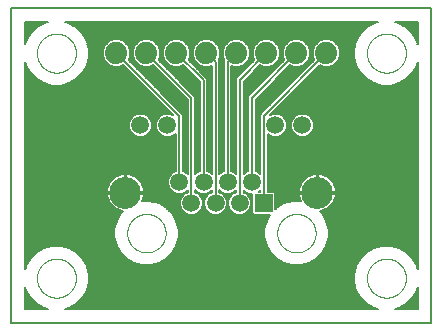
<source format=gtl>
G75*
%MOIN*%
%OFA0B0*%
%FSLAX25Y25*%
%IPPOS*%
%LPD*%
%AMOC8*
5,1,8,0,0,1.08239X$1,22.5*
%
%ADD10C,0.00600*%
%ADD11R,0.05937X0.05937*%
%ADD12C,0.05937*%
%ADD13C,0.00000*%
%ADD14C,0.10630*%
%ADD15C,0.07400*%
%ADD16C,0.00800*%
D10*
X0001300Y0001300D02*
X0001300Y0106300D01*
X0141300Y0106300D01*
X0141300Y0001300D01*
X0001300Y0001300D01*
X0005900Y0005900D02*
X0013385Y0005900D01*
X0012131Y0006236D01*
X0009669Y0007658D01*
X0007658Y0009669D01*
X0006236Y0012131D01*
X0005900Y0013385D01*
X0005900Y0005900D01*
X0005900Y0005928D02*
X0013281Y0005928D01*
X0011628Y0006526D02*
X0005900Y0006526D01*
X0005900Y0007125D02*
X0010592Y0007125D01*
X0009603Y0007723D02*
X0005900Y0007723D01*
X0005900Y0008322D02*
X0009005Y0008322D01*
X0008406Y0008920D02*
X0005900Y0008920D01*
X0005900Y0009519D02*
X0007808Y0009519D01*
X0007399Y0010117D02*
X0005900Y0010117D01*
X0005900Y0010716D02*
X0007053Y0010716D01*
X0006708Y0011314D02*
X0005900Y0011314D01*
X0005900Y0011913D02*
X0006362Y0011913D01*
X0006134Y0012511D02*
X0005900Y0012511D01*
X0005900Y0013110D02*
X0005974Y0013110D01*
X0005900Y0019215D02*
X0005900Y0088385D01*
X0005900Y0019215D01*
X0006236Y0020469D01*
X0007658Y0022931D01*
X0009669Y0024942D01*
X0012131Y0026364D01*
X0014878Y0027100D01*
X0017722Y0027100D01*
X0020469Y0026364D01*
X0022931Y0024942D01*
X0024942Y0022931D01*
X0026364Y0020469D01*
X0027100Y0017722D01*
X0027100Y0014878D01*
X0026364Y0012131D01*
X0024942Y0009669D01*
X0022931Y0007658D01*
X0020469Y0006236D01*
X0019215Y0005900D01*
X0123385Y0005900D01*
X0122131Y0006236D01*
X0119669Y0007658D01*
X0117658Y0009669D01*
X0116236Y0012131D01*
X0115500Y0014878D01*
X0115500Y0017722D01*
X0116236Y0020469D01*
X0117658Y0022931D01*
X0119669Y0024942D01*
X0122131Y0026364D01*
X0124878Y0027100D01*
X0127722Y0027100D01*
X0130469Y0026364D01*
X0132931Y0024942D01*
X0134942Y0022931D01*
X0136364Y0020469D01*
X0136700Y0019215D01*
X0136700Y0088385D01*
X0136364Y0087131D01*
X0134942Y0084669D01*
X0132931Y0082658D01*
X0130469Y0081236D01*
X0127722Y0080500D01*
X0124878Y0080500D01*
X0122131Y0081236D01*
X0119669Y0082658D01*
X0117658Y0084669D01*
X0116236Y0087131D01*
X0115500Y0089878D01*
X0115500Y0092722D01*
X0116236Y0095469D01*
X0117658Y0097931D01*
X0119669Y0099942D01*
X0122131Y0101364D01*
X0123385Y0101700D01*
X0019215Y0101700D01*
X0123385Y0101700D01*
X0122131Y0101364D01*
X0119669Y0099942D01*
X0117658Y0097931D01*
X0116236Y0095469D01*
X0115500Y0092722D01*
X0115500Y0089878D01*
X0116236Y0087131D01*
X0117658Y0084669D01*
X0119669Y0082658D01*
X0122131Y0081236D01*
X0124878Y0080500D01*
X0127722Y0080500D01*
X0130469Y0081236D01*
X0132931Y0082658D01*
X0134942Y0084669D01*
X0136364Y0087131D01*
X0136700Y0088385D01*
X0136700Y0019215D01*
X0136364Y0020469D01*
X0134942Y0022931D01*
X0132931Y0024942D01*
X0130469Y0026364D01*
X0127722Y0027100D01*
X0124878Y0027100D01*
X0122131Y0026364D01*
X0119669Y0024942D01*
X0117658Y0022931D01*
X0116236Y0020469D01*
X0115500Y0017722D01*
X0115500Y0014878D01*
X0116236Y0012131D01*
X0117658Y0009669D01*
X0119669Y0007658D01*
X0122131Y0006236D01*
X0123385Y0005900D01*
X0019215Y0005900D01*
X0020469Y0006236D01*
X0022931Y0007658D01*
X0024942Y0009669D01*
X0026364Y0012131D01*
X0027100Y0014878D01*
X0027100Y0017722D01*
X0026364Y0020469D01*
X0024942Y0022931D01*
X0022931Y0024942D01*
X0020469Y0026364D01*
X0017722Y0027100D01*
X0014878Y0027100D01*
X0012131Y0026364D01*
X0009669Y0024942D01*
X0007658Y0022931D01*
X0006236Y0020469D01*
X0005900Y0019215D01*
X0005900Y0019694D02*
X0006028Y0019694D01*
X0005900Y0019694D01*
X0005900Y0020292D02*
X0006189Y0020292D01*
X0005900Y0020292D01*
X0005900Y0020891D02*
X0006480Y0020891D01*
X0005900Y0020891D01*
X0005900Y0021489D02*
X0006825Y0021489D01*
X0005900Y0021489D01*
X0005900Y0022088D02*
X0007171Y0022088D01*
X0005900Y0022088D01*
X0005900Y0022686D02*
X0007516Y0022686D01*
X0005900Y0022686D01*
X0005900Y0023285D02*
X0008011Y0023285D01*
X0005900Y0023285D01*
X0005900Y0023883D02*
X0008610Y0023883D01*
X0005900Y0023883D01*
X0005900Y0024482D02*
X0009208Y0024482D01*
X0005900Y0024482D01*
X0005900Y0025080D02*
X0009908Y0025080D01*
X0005900Y0025080D01*
X0005900Y0025679D02*
X0010944Y0025679D01*
X0005900Y0025679D01*
X0005900Y0026277D02*
X0011981Y0026277D01*
X0005900Y0026277D01*
X0005900Y0026876D02*
X0014041Y0026876D01*
X0005900Y0026876D01*
X0005900Y0027474D02*
X0036250Y0027474D01*
X0005900Y0027474D01*
X0005900Y0028073D02*
X0036090Y0028073D01*
X0005900Y0028073D01*
X0005900Y0028671D02*
X0035929Y0028671D01*
X0005900Y0028671D01*
X0005900Y0029270D02*
X0035769Y0029270D01*
X0005900Y0029270D01*
X0005900Y0029868D02*
X0035609Y0029868D01*
X0005900Y0029868D01*
X0005900Y0030467D02*
X0035602Y0030467D01*
X0005900Y0030467D01*
X0005900Y0031065D02*
X0035602Y0031065D01*
X0005900Y0031065D01*
X0005900Y0031664D02*
X0035602Y0031664D01*
X0005900Y0031664D01*
X0005900Y0032262D02*
X0035602Y0032262D01*
X0005900Y0032262D01*
X0005900Y0032861D02*
X0035643Y0032861D01*
X0005900Y0032861D01*
X0005900Y0033459D02*
X0035804Y0033459D01*
X0005900Y0033459D01*
X0005900Y0034058D02*
X0035964Y0034058D01*
X0005900Y0034058D01*
X0005900Y0034656D02*
X0036124Y0034656D01*
X0005900Y0034656D01*
X0005900Y0035255D02*
X0036285Y0035255D01*
X0005900Y0035255D01*
X0005900Y0035853D02*
X0036576Y0035853D01*
X0005900Y0035853D01*
X0005900Y0036452D02*
X0036922Y0036452D01*
X0005900Y0036452D01*
X0005900Y0037050D02*
X0037267Y0037050D01*
X0005900Y0037050D01*
X0005900Y0037649D02*
X0037613Y0037649D01*
X0005900Y0037649D01*
X0005900Y0038247D02*
X0038119Y0038247D01*
X0005900Y0038247D01*
X0005900Y0038846D02*
X0037435Y0038846D01*
X0037161Y0038527D02*
X0037999Y0038302D01*
X0038153Y0038282D01*
X0037740Y0037868D01*
X0036331Y0035429D01*
X0035602Y0032708D01*
X0035602Y0029892D01*
X0036331Y0027171D01*
X0037740Y0024731D01*
X0039731Y0022740D01*
X0042171Y0021331D01*
X0044892Y0020602D01*
X0047708Y0020602D01*
X0050429Y0021331D01*
X0052868Y0022740D01*
X0054860Y0024731D01*
X0056269Y0027171D01*
X0056998Y0029892D01*
X0056998Y0032708D01*
X0056269Y0035429D01*
X0054860Y0037868D01*
X0052868Y0039860D01*
X0050429Y0041269D01*
X0047708Y0041998D01*
X0044892Y0041998D01*
X0044852Y0041987D01*
X0045507Y0043568D01*
X0045507Y0046040D01*
X0044561Y0048324D01*
X0042813Y0050073D01*
X0040528Y0051019D01*
X0038056Y0051019D01*
X0035772Y0050073D01*
X0034023Y0048324D01*
X0033077Y0046040D01*
X0033077Y0043568D01*
X0034023Y0041283D01*
X0035772Y0039535D01*
X0038056Y0038589D01*
X0038460Y0038589D01*
X0037740Y0037868D01*
X0036331Y0035429D01*
X0035602Y0032708D01*
X0035602Y0029892D01*
X0036331Y0027171D01*
X0037740Y0024731D01*
X0039731Y0022740D01*
X0042171Y0021331D01*
X0044892Y0020602D01*
X0047708Y0020602D01*
X0050429Y0021331D01*
X0052868Y0022740D01*
X0054860Y0024731D01*
X0056269Y0027171D01*
X0056998Y0029892D01*
X0056998Y0032708D01*
X0056269Y0035429D01*
X0054860Y0037868D01*
X0052868Y0039860D01*
X0050429Y0041269D01*
X0047708Y0041998D01*
X0045290Y0041998D01*
X0045569Y0042673D01*
X0045794Y0043511D01*
X0045907Y0044370D01*
X0045907Y0044504D01*
X0039592Y0044504D01*
X0039592Y0045104D01*
X0038992Y0045104D01*
X0038992Y0044504D01*
X0032677Y0044504D01*
X0032677Y0044370D01*
X0032790Y0043511D01*
X0033015Y0042673D01*
X0033347Y0041872D01*
X0033780Y0041121D01*
X0034308Y0040433D01*
X0034921Y0039820D01*
X0035609Y0039292D01*
X0036360Y0038858D01*
X0037161Y0038527D01*
X0036390Y0038846D02*
X0005900Y0038846D01*
X0005900Y0039444D02*
X0035991Y0039444D01*
X0035410Y0039444D02*
X0005900Y0039444D01*
X0005900Y0040043D02*
X0035264Y0040043D01*
X0034698Y0040043D02*
X0005900Y0040043D01*
X0005900Y0040641D02*
X0034665Y0040641D01*
X0034148Y0040641D02*
X0005900Y0040641D01*
X0005900Y0041240D02*
X0034067Y0041240D01*
X0033711Y0041240D02*
X0005900Y0041240D01*
X0005900Y0041839D02*
X0033793Y0041839D01*
X0033366Y0041839D02*
X0005900Y0041839D01*
X0005900Y0042437D02*
X0033545Y0042437D01*
X0033113Y0042437D02*
X0005900Y0042437D01*
X0005900Y0043036D02*
X0033298Y0043036D01*
X0032918Y0043036D02*
X0005900Y0043036D01*
X0005900Y0043634D02*
X0033077Y0043634D01*
X0032774Y0043634D02*
X0005900Y0043634D01*
X0005900Y0044233D02*
X0033077Y0044233D01*
X0032695Y0044233D02*
X0005900Y0044233D01*
X0005900Y0044831D02*
X0033077Y0044831D01*
X0032677Y0045104D02*
X0032677Y0045237D01*
X0032790Y0046097D01*
X0033015Y0046935D01*
X0033347Y0047736D01*
X0033780Y0048487D01*
X0034308Y0049175D01*
X0034921Y0049788D01*
X0035609Y0050316D01*
X0036360Y0050749D01*
X0037161Y0051081D01*
X0037999Y0051306D01*
X0038859Y0051419D01*
X0038992Y0051419D01*
X0038992Y0045104D01*
X0032677Y0045104D01*
X0032702Y0045430D02*
X0005900Y0045430D01*
X0033077Y0045430D01*
X0033077Y0046028D02*
X0005900Y0046028D01*
X0032781Y0046028D01*
X0032932Y0046627D02*
X0005900Y0046627D01*
X0033320Y0046627D01*
X0033135Y0047225D02*
X0005900Y0047225D01*
X0033568Y0047225D01*
X0033397Y0047824D02*
X0005900Y0047824D01*
X0033816Y0047824D01*
X0033743Y0048422D02*
X0005900Y0048422D01*
X0034121Y0048422D01*
X0034190Y0049021D02*
X0005900Y0049021D01*
X0034720Y0049021D01*
X0034752Y0049619D02*
X0005900Y0049619D01*
X0035318Y0049619D01*
X0035481Y0050218D02*
X0005900Y0050218D01*
X0036122Y0050218D01*
X0036521Y0050816D02*
X0005900Y0050816D01*
X0037567Y0050816D01*
X0038827Y0051415D02*
X0005900Y0051415D01*
X0054920Y0051415D01*
X0039758Y0051415D01*
X0039726Y0051419D02*
X0039592Y0051419D01*
X0039592Y0045104D01*
X0045907Y0045104D01*
X0045907Y0045237D01*
X0045794Y0046097D01*
X0045569Y0046935D01*
X0045238Y0047736D01*
X0044804Y0048487D01*
X0044276Y0049175D01*
X0043663Y0049788D01*
X0042975Y0050316D01*
X0042224Y0050749D01*
X0041423Y0051081D01*
X0040585Y0051306D01*
X0039726Y0051419D01*
X0039592Y0051415D02*
X0038992Y0051415D01*
X0038992Y0050816D02*
X0039592Y0050816D01*
X0039592Y0050218D02*
X0038992Y0050218D01*
X0038992Y0049619D02*
X0039592Y0049619D01*
X0039592Y0049021D02*
X0038992Y0049021D01*
X0038992Y0048422D02*
X0039592Y0048422D01*
X0039592Y0047824D02*
X0038992Y0047824D01*
X0038992Y0047225D02*
X0039592Y0047225D01*
X0039592Y0046627D02*
X0038992Y0046627D01*
X0038992Y0046028D02*
X0039592Y0046028D01*
X0039592Y0045430D02*
X0038992Y0045430D01*
X0038992Y0044831D02*
X0005900Y0044831D01*
X0005900Y0052013D02*
X0055984Y0052013D01*
X0005900Y0052013D01*
X0005900Y0052612D02*
X0055984Y0052612D01*
X0005900Y0052612D01*
X0005900Y0053210D02*
X0055984Y0053210D01*
X0005900Y0053210D01*
X0005900Y0053809D02*
X0055984Y0053809D01*
X0005900Y0053809D01*
X0005900Y0054407D02*
X0055984Y0054407D01*
X0005900Y0054407D01*
X0005900Y0055006D02*
X0055984Y0055006D01*
X0005900Y0055006D01*
X0005900Y0055604D02*
X0055984Y0055604D01*
X0005900Y0055604D01*
X0005900Y0056203D02*
X0055984Y0056203D01*
X0005900Y0056203D01*
X0005900Y0056801D02*
X0055984Y0056801D01*
X0005900Y0056801D01*
X0005900Y0057400D02*
X0055984Y0057400D01*
X0005900Y0057400D01*
X0005900Y0057998D02*
X0055984Y0057998D01*
X0005900Y0057998D01*
X0005900Y0058597D02*
X0055984Y0058597D01*
X0005900Y0058597D01*
X0005900Y0059195D02*
X0055984Y0059195D01*
X0005900Y0059195D01*
X0005900Y0059794D02*
X0055984Y0059794D01*
X0005900Y0059794D01*
X0005900Y0060392D02*
X0055984Y0060392D01*
X0005900Y0060392D01*
X0005900Y0060991D02*
X0055984Y0060991D01*
X0005900Y0060991D01*
X0005900Y0061589D02*
X0055984Y0061589D01*
X0005900Y0061589D01*
X0005900Y0062188D02*
X0055984Y0062188D01*
X0005900Y0062188D01*
X0005900Y0062786D02*
X0055984Y0062786D01*
X0005900Y0062786D01*
X0005900Y0063385D02*
X0055984Y0063385D01*
X0005900Y0063385D01*
X0005900Y0063983D02*
X0042152Y0063983D01*
X0005900Y0063983D01*
X0005900Y0064582D02*
X0041524Y0064582D01*
X0005900Y0064582D01*
X0005900Y0065180D02*
X0040976Y0065180D01*
X0005900Y0065180D01*
X0005900Y0065779D02*
X0040728Y0065779D01*
X0005900Y0065779D01*
X0005900Y0066377D02*
X0040480Y0066377D01*
X0005900Y0066377D01*
X0005900Y0066976D02*
X0040424Y0066976D01*
X0005900Y0066976D01*
X0005900Y0067574D02*
X0040424Y0067574D01*
X0005900Y0067574D01*
X0005900Y0068173D02*
X0040473Y0068173D01*
X0005900Y0068173D01*
X0005900Y0068772D02*
X0040721Y0068772D01*
X0005900Y0068772D01*
X0005900Y0069370D02*
X0040969Y0069370D01*
X0005900Y0069370D01*
X0005900Y0069969D02*
X0041506Y0069969D01*
X0005900Y0069969D01*
X0005900Y0070567D02*
X0042109Y0070567D01*
X0005900Y0070567D01*
X0005900Y0071166D02*
X0054596Y0071166D01*
X0005900Y0071166D01*
X0005900Y0071764D02*
X0053997Y0071764D01*
X0005900Y0071764D01*
X0005900Y0072363D02*
X0053399Y0072363D01*
X0005900Y0072363D01*
X0005900Y0072961D02*
X0052800Y0072961D01*
X0005900Y0072961D01*
X0005900Y0073560D02*
X0052202Y0073560D01*
X0005900Y0073560D01*
X0005900Y0074158D02*
X0051603Y0074158D01*
X0005900Y0074158D01*
X0005900Y0074757D02*
X0051005Y0074757D01*
X0005900Y0074757D01*
X0005900Y0075355D02*
X0050406Y0075355D01*
X0005900Y0075355D01*
X0005900Y0075954D02*
X0049808Y0075954D01*
X0005900Y0075954D01*
X0005900Y0076552D02*
X0049209Y0076552D01*
X0005900Y0076552D01*
X0005900Y0077151D02*
X0048611Y0077151D01*
X0005900Y0077151D01*
X0005900Y0077749D02*
X0048012Y0077749D01*
X0005900Y0077749D01*
X0005900Y0078348D02*
X0047414Y0078348D01*
X0005900Y0078348D01*
X0005900Y0078946D02*
X0046815Y0078946D01*
X0005900Y0078946D01*
X0005900Y0079545D02*
X0046217Y0079545D01*
X0005900Y0079545D01*
X0005900Y0080143D02*
X0045618Y0080143D01*
X0005900Y0080143D01*
X0005900Y0080742D02*
X0013976Y0080742D01*
X0005900Y0080742D01*
X0005900Y0081340D02*
X0011951Y0081340D01*
X0005900Y0081340D01*
X0005900Y0081939D02*
X0010914Y0081939D01*
X0005900Y0081939D01*
X0005900Y0082537D02*
X0009877Y0082537D01*
X0005900Y0082537D01*
X0005900Y0083136D02*
X0009191Y0083136D01*
X0005900Y0083136D01*
X0005900Y0083734D02*
X0008592Y0083734D01*
X0005900Y0083734D01*
X0005900Y0084333D02*
X0007994Y0084333D01*
X0005900Y0084333D01*
X0005900Y0084931D02*
X0007506Y0084931D01*
X0005900Y0084931D01*
X0005900Y0085530D02*
X0007161Y0085530D01*
X0005900Y0085530D01*
X0005900Y0086128D02*
X0006815Y0086128D01*
X0005900Y0086128D01*
X0005900Y0086727D02*
X0006470Y0086727D01*
X0005900Y0086727D01*
X0006236Y0087131D02*
X0007658Y0084669D01*
X0009669Y0082658D01*
X0012131Y0081236D01*
X0014878Y0080500D01*
X0017722Y0080500D01*
X0020469Y0081236D01*
X0022931Y0082658D01*
X0024942Y0084669D01*
X0026364Y0087131D01*
X0027100Y0089878D01*
X0027100Y0092722D01*
X0026364Y0095469D01*
X0024942Y0097931D01*
X0022931Y0099942D01*
X0020469Y0101364D01*
X0019215Y0101700D01*
X0020469Y0101364D01*
X0022931Y0099942D01*
X0024942Y0097931D01*
X0026364Y0095469D01*
X0027100Y0092722D01*
X0027100Y0089878D01*
X0026364Y0087131D01*
X0024942Y0084669D01*
X0022931Y0082658D01*
X0020469Y0081236D01*
X0017722Y0080500D01*
X0014878Y0080500D01*
X0012131Y0081236D01*
X0009669Y0082658D01*
X0007658Y0084669D01*
X0006236Y0087131D01*
X0005900Y0088385D01*
X0006236Y0087131D01*
X0006184Y0087325D02*
X0005900Y0087325D01*
X0006184Y0087325D01*
X0006024Y0087924D02*
X0005900Y0087924D01*
X0006024Y0087924D01*
X0005900Y0094215D02*
X0005900Y0101700D01*
X0013385Y0101700D01*
X0012131Y0101364D01*
X0009669Y0099942D01*
X0007658Y0097931D01*
X0006236Y0095469D01*
X0005900Y0094215D01*
X0005900Y0094508D02*
X0005978Y0094508D01*
X0005900Y0095106D02*
X0006139Y0095106D01*
X0006372Y0095705D02*
X0005900Y0095705D01*
X0005900Y0096303D02*
X0006718Y0096303D01*
X0007063Y0096902D02*
X0005900Y0096902D01*
X0005900Y0097500D02*
X0007409Y0097500D01*
X0007825Y0098099D02*
X0005900Y0098099D01*
X0005900Y0098697D02*
X0008424Y0098697D01*
X0009022Y0099296D02*
X0005900Y0099296D01*
X0005900Y0099894D02*
X0009621Y0099894D01*
X0010622Y0100493D02*
X0005900Y0100493D01*
X0005900Y0101091D02*
X0011659Y0101091D01*
X0013347Y0101690D02*
X0005900Y0101690D01*
X0019253Y0101690D02*
X0123347Y0101690D01*
X0019253Y0101690D01*
X0020941Y0101091D02*
X0121659Y0101091D01*
X0020941Y0101091D01*
X0021978Y0100493D02*
X0120622Y0100493D01*
X0021978Y0100493D01*
X0022979Y0099894D02*
X0119621Y0099894D01*
X0022979Y0099894D01*
X0023578Y0099296D02*
X0119022Y0099296D01*
X0023578Y0099296D01*
X0024176Y0098697D02*
X0118424Y0098697D01*
X0024176Y0098697D01*
X0024775Y0098099D02*
X0117825Y0098099D01*
X0024775Y0098099D01*
X0025191Y0097500D02*
X0117409Y0097500D01*
X0025191Y0097500D01*
X0025537Y0096902D02*
X0117063Y0096902D01*
X0025537Y0096902D01*
X0025882Y0096303D02*
X0116718Y0096303D01*
X0025882Y0096303D01*
X0026228Y0095705D02*
X0034913Y0095705D01*
X0026228Y0095705D01*
X0026461Y0095106D02*
X0033601Y0095106D01*
X0026461Y0095106D01*
X0026622Y0094508D02*
X0033002Y0094508D01*
X0026622Y0094508D01*
X0026782Y0093909D02*
X0032404Y0093909D01*
X0026782Y0093909D01*
X0026942Y0093310D02*
X0032154Y0093310D01*
X0026942Y0093310D01*
X0027100Y0092712D02*
X0031906Y0092712D01*
X0027100Y0092712D01*
X0027100Y0092113D02*
X0031700Y0092113D01*
X0027100Y0092113D01*
X0027100Y0091515D02*
X0031700Y0091515D01*
X0027100Y0091515D01*
X0027100Y0090916D02*
X0031700Y0090916D01*
X0027100Y0090916D01*
X0027100Y0090318D02*
X0031728Y0090318D01*
X0027100Y0090318D01*
X0027057Y0089719D02*
X0031976Y0089719D01*
X0027057Y0089719D01*
X0026897Y0089121D02*
X0032224Y0089121D01*
X0026897Y0089121D01*
X0026737Y0088522D02*
X0032572Y0088522D01*
X0026737Y0088522D01*
X0026576Y0087924D02*
X0033171Y0087924D01*
X0026576Y0087924D01*
X0026416Y0087325D02*
X0033875Y0087325D01*
X0026416Y0087325D01*
X0026130Y0086727D02*
X0035320Y0086727D01*
X0026130Y0086727D01*
X0025785Y0086128D02*
X0039633Y0086128D01*
X0025785Y0086128D01*
X0025439Y0085530D02*
X0040232Y0085530D01*
X0025439Y0085530D01*
X0025094Y0084931D02*
X0040830Y0084931D01*
X0025094Y0084931D01*
X0024606Y0084333D02*
X0041429Y0084333D01*
X0024606Y0084333D01*
X0024008Y0083734D02*
X0042027Y0083734D01*
X0024008Y0083734D01*
X0023409Y0083136D02*
X0042626Y0083136D01*
X0023409Y0083136D01*
X0022723Y0082537D02*
X0043224Y0082537D01*
X0022723Y0082537D01*
X0021686Y0081939D02*
X0043823Y0081939D01*
X0021686Y0081939D01*
X0020649Y0081340D02*
X0044421Y0081340D01*
X0020649Y0081340D01*
X0018624Y0080742D02*
X0045020Y0080742D01*
X0018624Y0080742D01*
X0032400Y0088694D02*
X0031700Y0090385D01*
X0031700Y0092215D01*
X0032400Y0093906D01*
X0033694Y0095200D01*
X0035385Y0095900D01*
X0037215Y0095900D01*
X0038906Y0095200D01*
X0040200Y0093906D01*
X0040900Y0092215D01*
X0040900Y0090385D01*
X0040359Y0089079D01*
X0058584Y0070854D01*
X0058584Y0051957D01*
X0059476Y0051587D01*
X0060000Y0051063D01*
X0060000Y0075762D01*
X0048521Y0087241D01*
X0047215Y0086700D01*
X0045385Y0086700D01*
X0043694Y0087400D01*
X0042400Y0088694D01*
X0041700Y0090385D01*
X0041700Y0092215D01*
X0042400Y0093906D01*
X0043694Y0095200D01*
X0045385Y0095900D01*
X0047215Y0095900D01*
X0048906Y0095200D01*
X0050200Y0093906D01*
X0050900Y0092215D01*
X0050900Y0090385D01*
X0050359Y0089079D01*
X0062600Y0076838D01*
X0062600Y0051063D01*
X0063124Y0051587D01*
X0064016Y0051957D01*
X0064016Y0081746D01*
X0058521Y0087241D01*
X0057215Y0086700D01*
X0055385Y0086700D01*
X0053694Y0087400D01*
X0052400Y0088694D01*
X0051700Y0090385D01*
X0051700Y0092215D01*
X0052400Y0093906D01*
X0053694Y0095200D01*
X0055385Y0095900D01*
X0057215Y0095900D01*
X0058906Y0095200D01*
X0060200Y0093906D01*
X0060900Y0092215D01*
X0060900Y0090385D01*
X0060359Y0089079D01*
X0066616Y0082823D01*
X0066616Y0051957D01*
X0067507Y0051587D01*
X0068031Y0051063D01*
X0068031Y0087038D01*
X0067215Y0086700D01*
X0065385Y0086700D01*
X0063694Y0087400D01*
X0062400Y0088694D01*
X0061700Y0090385D01*
X0061700Y0092215D01*
X0062400Y0093906D01*
X0063694Y0095200D01*
X0065385Y0095900D01*
X0067215Y0095900D01*
X0068906Y0095200D01*
X0070200Y0093906D01*
X0070900Y0092215D01*
X0070900Y0090385D01*
X0070359Y0089079D01*
X0070631Y0088807D01*
X0070631Y0051063D01*
X0071156Y0051587D01*
X0072047Y0051957D01*
X0072047Y0088886D01*
X0072241Y0089079D01*
X0071700Y0090385D01*
X0071700Y0092215D01*
X0072400Y0093906D01*
X0073694Y0095200D01*
X0075385Y0095900D01*
X0077215Y0095900D01*
X0078906Y0095200D01*
X0080200Y0093906D01*
X0080900Y0092215D01*
X0080900Y0090385D01*
X0080200Y0088694D01*
X0078906Y0087400D01*
X0077215Y0086700D01*
X0075385Y0086700D01*
X0074647Y0087006D01*
X0074647Y0051957D01*
X0075539Y0051587D01*
X0076063Y0051063D01*
X0076063Y0082901D01*
X0082241Y0089079D01*
X0081700Y0090385D01*
X0081700Y0092215D01*
X0082400Y0093906D01*
X0083694Y0095200D01*
X0085385Y0095900D01*
X0087215Y0095900D01*
X0088906Y0095200D01*
X0090200Y0093906D01*
X0090900Y0092215D01*
X0090900Y0090385D01*
X0090200Y0088694D01*
X0088906Y0087400D01*
X0087215Y0086700D01*
X0085385Y0086700D01*
X0084079Y0087241D01*
X0078663Y0081825D01*
X0078663Y0051063D01*
X0079187Y0051587D01*
X0080079Y0051957D01*
X0080079Y0076917D01*
X0092241Y0089079D01*
X0091700Y0090385D01*
X0091700Y0092215D01*
X0092400Y0093906D01*
X0093694Y0095200D01*
X0095385Y0095900D01*
X0097215Y0095900D01*
X0098906Y0095200D01*
X0100200Y0093906D01*
X0100900Y0092215D01*
X0100900Y0090385D01*
X0100200Y0088694D01*
X0098906Y0087400D01*
X0097215Y0086700D01*
X0095385Y0086700D01*
X0094079Y0087241D01*
X0082679Y0075840D01*
X0082679Y0051957D01*
X0083570Y0051587D01*
X0084094Y0051063D01*
X0084094Y0065031D01*
X0084024Y0065102D01*
X0084024Y0070862D01*
X0102241Y0089079D01*
X0101700Y0090385D01*
X0101700Y0092215D01*
X0102400Y0093906D01*
X0103694Y0095200D01*
X0105385Y0095900D01*
X0107215Y0095900D01*
X0108906Y0095200D01*
X0110200Y0093906D01*
X0110900Y0092215D01*
X0110900Y0090385D01*
X0110200Y0088694D01*
X0108906Y0087400D01*
X0107215Y0086700D01*
X0105385Y0086700D01*
X0104079Y0087241D01*
X0087615Y0070777D01*
X0088523Y0071153D01*
X0090062Y0071153D01*
X0091483Y0070564D01*
X0092572Y0069476D01*
X0093161Y0068054D01*
X0093161Y0066515D01*
X0092572Y0065093D01*
X0091483Y0064005D01*
X0090062Y0063416D01*
X0088523Y0063416D01*
X0087101Y0064005D01*
X0086694Y0064411D01*
X0086694Y0045168D01*
X0088736Y0045168D01*
X0089263Y0044641D01*
X0089263Y0039392D01*
X0089731Y0039860D01*
X0092171Y0041269D01*
X0094892Y0041998D01*
X0097708Y0041998D01*
X0097748Y0041987D01*
X0097093Y0043568D01*
X0097093Y0046040D01*
X0098039Y0048324D01*
X0099787Y0050073D01*
X0102072Y0051019D01*
X0104544Y0051019D01*
X0106828Y0050073D01*
X0108577Y0048324D01*
X0109523Y0046040D01*
X0109523Y0043568D01*
X0108577Y0041283D01*
X0106828Y0039535D01*
X0104544Y0038589D01*
X0104140Y0038589D01*
X0104860Y0037868D01*
X0106269Y0035429D01*
X0106998Y0032708D01*
X0106998Y0029892D01*
X0106269Y0027171D01*
X0104860Y0024731D01*
X0102868Y0022740D01*
X0100429Y0021331D01*
X0097708Y0020602D01*
X0094892Y0020602D01*
X0092171Y0021331D01*
X0089731Y0022740D01*
X0087740Y0024731D01*
X0086331Y0027171D01*
X0085602Y0029892D01*
X0085602Y0032708D01*
X0086331Y0035429D01*
X0087487Y0037431D01*
X0082053Y0037431D01*
X0081526Y0037959D01*
X0081526Y0044439D01*
X0080609Y0044439D01*
X0079187Y0045028D01*
X0078663Y0045553D01*
X0078663Y0044949D01*
X0079554Y0044580D01*
X0080643Y0043491D01*
X0081231Y0042069D01*
X0081231Y0040530D01*
X0080643Y0039109D01*
X0079554Y0038020D01*
X0078132Y0037431D01*
X0076593Y0037431D01*
X0075172Y0038020D01*
X0074083Y0039109D01*
X0073494Y0040530D01*
X0073494Y0042069D01*
X0074083Y0043491D01*
X0075172Y0044580D01*
X0076063Y0044949D01*
X0076063Y0045553D01*
X0075539Y0045028D01*
X0074117Y0044439D01*
X0072578Y0044439D01*
X0071156Y0045028D01*
X0070631Y0045553D01*
X0070631Y0044949D01*
X0071523Y0044580D01*
X0072611Y0043491D01*
X0073200Y0042069D01*
X0073200Y0040530D01*
X0072611Y0039109D01*
X0071523Y0038020D01*
X0070101Y0037431D01*
X0068562Y0037431D01*
X0067140Y0038020D01*
X0066052Y0039109D01*
X0065463Y0040530D01*
X0065463Y0042069D01*
X0066052Y0043491D01*
X0067140Y0044580D01*
X0068031Y0044949D01*
X0068031Y0045553D01*
X0067507Y0045028D01*
X0066085Y0044439D01*
X0064546Y0044439D01*
X0063124Y0045028D01*
X0062600Y0045553D01*
X0062600Y0044949D01*
X0063491Y0044580D01*
X0064580Y0043491D01*
X0065168Y0042069D01*
X0065168Y0040530D01*
X0064580Y0039109D01*
X0063491Y0038020D01*
X0062069Y0037431D01*
X0060530Y0037431D01*
X0059109Y0038020D01*
X0058020Y0039109D01*
X0057431Y0040530D01*
X0057431Y0042069D01*
X0058020Y0043491D01*
X0059109Y0044580D01*
X0060000Y0044949D01*
X0060000Y0045553D01*
X0059476Y0045028D01*
X0058054Y0044439D01*
X0056515Y0044439D01*
X0055093Y0045028D01*
X0054005Y0046117D01*
X0053416Y0047538D01*
X0053416Y0049077D01*
X0054005Y0050499D01*
X0055093Y0051587D01*
X0055984Y0051957D01*
X0055984Y0064490D01*
X0055499Y0064005D01*
X0054077Y0063416D01*
X0052538Y0063416D01*
X0051117Y0064005D01*
X0050028Y0065093D01*
X0049439Y0066515D01*
X0049439Y0068054D01*
X0050028Y0069476D01*
X0051117Y0070564D01*
X0052538Y0071153D01*
X0054077Y0071153D01*
X0054985Y0070777D01*
X0038521Y0087241D01*
X0037215Y0086700D01*
X0035385Y0086700D01*
X0033694Y0087400D01*
X0032400Y0088694D01*
X0033694Y0087400D01*
X0035385Y0086700D01*
X0037215Y0086700D01*
X0038521Y0087241D01*
X0054985Y0070777D01*
X0054077Y0071153D01*
X0052538Y0071153D01*
X0051117Y0070564D01*
X0050028Y0069476D01*
X0049439Y0068054D01*
X0049439Y0066515D01*
X0050028Y0065093D01*
X0051117Y0064005D01*
X0052538Y0063416D01*
X0054077Y0063416D01*
X0055499Y0064005D01*
X0055984Y0064490D01*
X0055984Y0051957D01*
X0055093Y0051587D01*
X0054005Y0050499D01*
X0053416Y0049077D01*
X0053416Y0047538D01*
X0054005Y0046117D01*
X0055093Y0045028D01*
X0056515Y0044439D01*
X0058054Y0044439D01*
X0059476Y0045028D01*
X0060000Y0045553D01*
X0060000Y0044949D01*
X0059109Y0044580D01*
X0058020Y0043491D01*
X0057431Y0042069D01*
X0057431Y0040530D01*
X0058020Y0039109D01*
X0059109Y0038020D01*
X0060530Y0037431D01*
X0062069Y0037431D01*
X0063491Y0038020D01*
X0064580Y0039109D01*
X0065168Y0040530D01*
X0065168Y0042069D01*
X0064580Y0043491D01*
X0063491Y0044580D01*
X0062600Y0044949D01*
X0062600Y0045553D01*
X0063124Y0045028D01*
X0064546Y0044439D01*
X0066085Y0044439D01*
X0067507Y0045028D01*
X0068031Y0045553D01*
X0068031Y0044949D01*
X0067140Y0044580D01*
X0066052Y0043491D01*
X0065463Y0042069D01*
X0065463Y0040530D01*
X0066052Y0039109D01*
X0067140Y0038020D01*
X0068562Y0037431D01*
X0070101Y0037431D01*
X0071523Y0038020D01*
X0072611Y0039109D01*
X0073200Y0040530D01*
X0073200Y0042069D01*
X0072611Y0043491D01*
X0071523Y0044580D01*
X0070631Y0044949D01*
X0070631Y0045553D01*
X0071156Y0045028D01*
X0072578Y0044439D01*
X0074117Y0044439D01*
X0075539Y0045028D01*
X0076063Y0045553D01*
X0076063Y0044949D01*
X0075172Y0044580D01*
X0074083Y0043491D01*
X0073494Y0042069D01*
X0073494Y0040530D01*
X0074083Y0039109D01*
X0075172Y0038020D01*
X0076593Y0037431D01*
X0078132Y0037431D01*
X0079554Y0038020D01*
X0080643Y0039109D01*
X0081231Y0040530D01*
X0081231Y0042069D01*
X0080643Y0043491D01*
X0079554Y0044580D01*
X0078663Y0044949D01*
X0078663Y0045553D01*
X0079187Y0045028D01*
X0080609Y0044439D01*
X0081526Y0044439D01*
X0081526Y0037959D01*
X0082053Y0037431D01*
X0087487Y0037431D01*
X0086331Y0035429D01*
X0085602Y0032708D01*
X0085602Y0029892D01*
X0086331Y0027171D01*
X0087740Y0024731D01*
X0089731Y0022740D01*
X0092171Y0021331D01*
X0094892Y0020602D01*
X0097708Y0020602D01*
X0100429Y0021331D01*
X0102868Y0022740D01*
X0104860Y0024731D01*
X0106269Y0027171D01*
X0106998Y0029892D01*
X0106998Y0032708D01*
X0106269Y0035429D01*
X0104860Y0037868D01*
X0104447Y0038282D01*
X0104601Y0038302D01*
X0105439Y0038527D01*
X0106240Y0038858D01*
X0106991Y0039292D01*
X0107679Y0039820D01*
X0108292Y0040433D01*
X0108820Y0041121D01*
X0109253Y0041872D01*
X0109585Y0042673D01*
X0109810Y0043511D01*
X0109923Y0044370D01*
X0109923Y0044504D01*
X0103608Y0044504D01*
X0103608Y0045104D01*
X0109923Y0045104D01*
X0109923Y0045237D01*
X0109810Y0046097D01*
X0109585Y0046935D01*
X0109253Y0047736D01*
X0108820Y0048487D01*
X0108292Y0049175D01*
X0107679Y0049788D01*
X0106991Y0050316D01*
X0106240Y0050749D01*
X0105439Y0051081D01*
X0104601Y0051306D01*
X0103741Y0051419D01*
X0103608Y0051419D01*
X0103608Y0045104D01*
X0103008Y0045104D01*
X0103008Y0051419D01*
X0102874Y0051419D01*
X0102015Y0051306D01*
X0101177Y0051081D01*
X0100376Y0050749D01*
X0099625Y0050316D01*
X0098937Y0049788D01*
X0098324Y0049175D01*
X0097796Y0048487D01*
X0097362Y0047736D01*
X0097031Y0046935D01*
X0096806Y0046097D01*
X0096693Y0045237D01*
X0096693Y0045104D01*
X0103008Y0045104D01*
X0103008Y0044504D01*
X0096693Y0044504D01*
X0096693Y0044370D01*
X0096806Y0043511D01*
X0097031Y0042673D01*
X0097310Y0041998D01*
X0094892Y0041998D01*
X0092171Y0041269D01*
X0089731Y0039860D01*
X0089263Y0039392D01*
X0089263Y0044641D01*
X0088736Y0045168D01*
X0086694Y0045168D01*
X0086694Y0064411D01*
X0087101Y0064005D01*
X0088523Y0063416D01*
X0090062Y0063416D01*
X0091483Y0064005D01*
X0092572Y0065093D01*
X0093161Y0066515D01*
X0093161Y0068054D01*
X0092572Y0069476D01*
X0091483Y0070564D01*
X0090062Y0071153D01*
X0088523Y0071153D01*
X0087615Y0070777D01*
X0104079Y0087241D01*
X0105385Y0086700D01*
X0107215Y0086700D01*
X0108906Y0087400D01*
X0110200Y0088694D01*
X0110900Y0090385D01*
X0110900Y0092215D01*
X0110200Y0093906D01*
X0108906Y0095200D01*
X0107215Y0095900D01*
X0105385Y0095900D01*
X0103694Y0095200D01*
X0102400Y0093906D01*
X0101700Y0092215D01*
X0101700Y0090385D01*
X0102241Y0089079D01*
X0084024Y0070862D01*
X0084024Y0065102D01*
X0084094Y0065031D01*
X0084094Y0051063D01*
X0083570Y0051587D01*
X0082679Y0051957D01*
X0082679Y0075840D01*
X0094079Y0087241D01*
X0095385Y0086700D01*
X0097215Y0086700D01*
X0098906Y0087400D01*
X0100200Y0088694D01*
X0100900Y0090385D01*
X0100900Y0092215D01*
X0100200Y0093906D01*
X0098906Y0095200D01*
X0097215Y0095900D01*
X0095385Y0095900D01*
X0093694Y0095200D01*
X0092400Y0093906D01*
X0091700Y0092215D01*
X0091700Y0090385D01*
X0092241Y0089079D01*
X0080079Y0076917D01*
X0080079Y0051957D01*
X0079187Y0051587D01*
X0078663Y0051063D01*
X0078663Y0081825D01*
X0084079Y0087241D01*
X0085385Y0086700D01*
X0087215Y0086700D01*
X0088906Y0087400D01*
X0090200Y0088694D01*
X0090900Y0090385D01*
X0090900Y0092215D01*
X0090200Y0093906D01*
X0088906Y0095200D01*
X0087215Y0095900D01*
X0085385Y0095900D01*
X0083694Y0095200D01*
X0082400Y0093906D01*
X0081700Y0092215D01*
X0081700Y0090385D01*
X0082241Y0089079D01*
X0076063Y0082901D01*
X0076063Y0051063D01*
X0075539Y0051587D01*
X0074647Y0051957D01*
X0074647Y0087006D01*
X0075385Y0086700D01*
X0077215Y0086700D01*
X0078906Y0087400D01*
X0080200Y0088694D01*
X0080900Y0090385D01*
X0080900Y0092215D01*
X0080200Y0093906D01*
X0078906Y0095200D01*
X0077215Y0095900D01*
X0075385Y0095900D01*
X0073694Y0095200D01*
X0072400Y0093906D01*
X0071700Y0092215D01*
X0071700Y0090385D01*
X0072241Y0089079D01*
X0072047Y0088886D01*
X0072047Y0051957D01*
X0071156Y0051587D01*
X0070631Y0051063D01*
X0070631Y0088807D01*
X0070359Y0089079D01*
X0070900Y0090385D01*
X0070900Y0092215D01*
X0070200Y0093906D01*
X0068906Y0095200D01*
X0067215Y0095900D01*
X0065385Y0095900D01*
X0063694Y0095200D01*
X0062400Y0093906D01*
X0061700Y0092215D01*
X0061700Y0090385D01*
X0062400Y0088694D01*
X0063694Y0087400D01*
X0065385Y0086700D01*
X0067215Y0086700D01*
X0068031Y0087038D01*
X0068031Y0051063D01*
X0067507Y0051587D01*
X0066616Y0051957D01*
X0066616Y0082823D01*
X0060359Y0089079D01*
X0060900Y0090385D01*
X0060900Y0092215D01*
X0060200Y0093906D01*
X0058906Y0095200D01*
X0057215Y0095900D01*
X0055385Y0095900D01*
X0053694Y0095200D01*
X0052400Y0093906D01*
X0051700Y0092215D01*
X0051700Y0090385D01*
X0052400Y0088694D01*
X0053694Y0087400D01*
X0055385Y0086700D01*
X0057215Y0086700D01*
X0058521Y0087241D01*
X0064016Y0081746D01*
X0064016Y0051957D01*
X0063124Y0051587D01*
X0062600Y0051063D01*
X0062600Y0076838D01*
X0050359Y0089079D01*
X0050900Y0090385D01*
X0050900Y0092215D01*
X0050200Y0093906D01*
X0048906Y0095200D01*
X0047215Y0095900D01*
X0045385Y0095900D01*
X0043694Y0095200D01*
X0042400Y0093906D01*
X0041700Y0092215D01*
X0041700Y0090385D01*
X0042400Y0088694D01*
X0043694Y0087400D01*
X0045385Y0086700D01*
X0047215Y0086700D01*
X0048521Y0087241D01*
X0060000Y0075762D01*
X0060000Y0051063D01*
X0059476Y0051587D01*
X0058584Y0051957D01*
X0058584Y0070854D01*
X0057823Y0071616D01*
X0057823Y0071616D01*
X0040359Y0089079D01*
X0040900Y0090385D01*
X0040900Y0092215D01*
X0040200Y0093906D01*
X0038906Y0095200D01*
X0037215Y0095900D01*
X0035385Y0095900D01*
X0033694Y0095200D01*
X0032400Y0093906D01*
X0031700Y0092215D01*
X0031700Y0090385D01*
X0032400Y0088694D01*
X0037280Y0086727D02*
X0039035Y0086727D01*
X0037280Y0086727D01*
X0040376Y0089121D02*
X0042224Y0089121D01*
X0040376Y0089121D01*
X0040624Y0089719D02*
X0041976Y0089719D01*
X0040624Y0089719D01*
X0040872Y0090318D02*
X0041728Y0090318D01*
X0040872Y0090318D01*
X0040900Y0090916D02*
X0041700Y0090916D01*
X0040900Y0090916D01*
X0040900Y0091515D02*
X0041700Y0091515D01*
X0040900Y0091515D01*
X0040900Y0092113D02*
X0041700Y0092113D01*
X0040900Y0092113D01*
X0040694Y0092712D02*
X0041906Y0092712D01*
X0040694Y0092712D01*
X0040446Y0093310D02*
X0042154Y0093310D01*
X0040446Y0093310D01*
X0040196Y0093909D02*
X0042404Y0093909D01*
X0040196Y0093909D01*
X0039598Y0094508D02*
X0043002Y0094508D01*
X0039598Y0094508D01*
X0038999Y0095106D02*
X0043601Y0095106D01*
X0038999Y0095106D01*
X0037687Y0095705D02*
X0044913Y0095705D01*
X0037687Y0095705D01*
X0040916Y0088522D02*
X0042572Y0088522D01*
X0040916Y0088522D01*
X0041515Y0087924D02*
X0043171Y0087924D01*
X0041515Y0087924D01*
X0042113Y0087325D02*
X0043875Y0087325D01*
X0042113Y0087325D01*
X0042712Y0086727D02*
X0045320Y0086727D01*
X0042712Y0086727D01*
X0043310Y0086128D02*
X0049633Y0086128D01*
X0043310Y0086128D01*
X0043909Y0085530D02*
X0050232Y0085530D01*
X0043909Y0085530D01*
X0044507Y0084931D02*
X0050830Y0084931D01*
X0044507Y0084931D01*
X0045106Y0084333D02*
X0051429Y0084333D01*
X0045106Y0084333D01*
X0045704Y0083734D02*
X0052027Y0083734D01*
X0045704Y0083734D01*
X0046303Y0083136D02*
X0052626Y0083136D01*
X0046303Y0083136D01*
X0046901Y0082537D02*
X0053224Y0082537D01*
X0046901Y0082537D01*
X0047500Y0081939D02*
X0053823Y0081939D01*
X0047500Y0081939D01*
X0048098Y0081340D02*
X0054421Y0081340D01*
X0048098Y0081340D01*
X0048697Y0080742D02*
X0055020Y0080742D01*
X0048697Y0080742D01*
X0049295Y0080143D02*
X0055618Y0080143D01*
X0049295Y0080143D01*
X0049894Y0079545D02*
X0056217Y0079545D01*
X0049894Y0079545D01*
X0050492Y0078946D02*
X0056815Y0078946D01*
X0050492Y0078946D01*
X0051091Y0078348D02*
X0057414Y0078348D01*
X0051091Y0078348D01*
X0051689Y0077749D02*
X0058012Y0077749D01*
X0051689Y0077749D01*
X0052288Y0077151D02*
X0058611Y0077151D01*
X0052288Y0077151D01*
X0052886Y0076552D02*
X0059209Y0076552D01*
X0052886Y0076552D01*
X0053485Y0075954D02*
X0059808Y0075954D01*
X0053485Y0075954D01*
X0054083Y0075355D02*
X0060000Y0075355D01*
X0054083Y0075355D01*
X0054682Y0074757D02*
X0060000Y0074757D01*
X0054682Y0074757D01*
X0055280Y0074158D02*
X0060000Y0074158D01*
X0055280Y0074158D01*
X0055879Y0073560D02*
X0060000Y0073560D01*
X0055879Y0073560D01*
X0056477Y0072961D02*
X0060000Y0072961D01*
X0056477Y0072961D01*
X0057076Y0072363D02*
X0060000Y0072363D01*
X0057076Y0072363D01*
X0057674Y0071764D02*
X0060000Y0071764D01*
X0057674Y0071764D01*
X0058273Y0071166D02*
X0060000Y0071166D01*
X0058273Y0071166D01*
X0058584Y0070567D02*
X0060000Y0070567D01*
X0058584Y0070567D01*
X0058584Y0069969D02*
X0060000Y0069969D01*
X0058584Y0069969D01*
X0058584Y0069370D02*
X0060000Y0069370D01*
X0058584Y0069370D01*
X0058584Y0068772D02*
X0060000Y0068772D01*
X0058584Y0068772D01*
X0058584Y0068173D02*
X0060000Y0068173D01*
X0058584Y0068173D01*
X0058584Y0067574D02*
X0060000Y0067574D01*
X0058584Y0067574D01*
X0058584Y0066976D02*
X0060000Y0066976D01*
X0058584Y0066976D01*
X0058584Y0066377D02*
X0060000Y0066377D01*
X0058584Y0066377D01*
X0058584Y0065779D02*
X0060000Y0065779D01*
X0058584Y0065779D01*
X0058584Y0065180D02*
X0060000Y0065180D01*
X0058584Y0065180D01*
X0058584Y0064582D02*
X0060000Y0064582D01*
X0058584Y0064582D01*
X0058584Y0063983D02*
X0060000Y0063983D01*
X0058584Y0063983D01*
X0058584Y0063385D02*
X0060000Y0063385D01*
X0058584Y0063385D01*
X0058584Y0062786D02*
X0060000Y0062786D01*
X0058584Y0062786D01*
X0058584Y0062188D02*
X0060000Y0062188D01*
X0058584Y0062188D01*
X0058584Y0061589D02*
X0060000Y0061589D01*
X0058584Y0061589D01*
X0058584Y0060991D02*
X0060000Y0060991D01*
X0058584Y0060991D01*
X0058584Y0060392D02*
X0060000Y0060392D01*
X0058584Y0060392D01*
X0058584Y0059794D02*
X0060000Y0059794D01*
X0058584Y0059794D01*
X0058584Y0059195D02*
X0060000Y0059195D01*
X0058584Y0059195D01*
X0058584Y0058597D02*
X0060000Y0058597D01*
X0058584Y0058597D01*
X0058584Y0057998D02*
X0060000Y0057998D01*
X0058584Y0057998D01*
X0058584Y0057400D02*
X0060000Y0057400D01*
X0058584Y0057400D01*
X0058584Y0056801D02*
X0060000Y0056801D01*
X0058584Y0056801D01*
X0058584Y0056203D02*
X0060000Y0056203D01*
X0058584Y0056203D01*
X0058584Y0055604D02*
X0060000Y0055604D01*
X0058584Y0055604D01*
X0058584Y0055006D02*
X0060000Y0055006D01*
X0058584Y0055006D01*
X0058584Y0054407D02*
X0060000Y0054407D01*
X0058584Y0054407D01*
X0058584Y0053809D02*
X0060000Y0053809D01*
X0058584Y0053809D01*
X0058584Y0053210D02*
X0060000Y0053210D01*
X0058584Y0053210D01*
X0058584Y0052612D02*
X0060000Y0052612D01*
X0058584Y0052612D01*
X0058584Y0052013D02*
X0060000Y0052013D01*
X0058584Y0052013D01*
X0059648Y0051415D02*
X0060000Y0051415D01*
X0059648Y0051415D01*
X0062600Y0051415D02*
X0062952Y0051415D01*
X0062600Y0051415D01*
X0062600Y0052013D02*
X0064016Y0052013D01*
X0062600Y0052013D01*
X0062600Y0052612D02*
X0064016Y0052612D01*
X0062600Y0052612D01*
X0062600Y0053210D02*
X0064016Y0053210D01*
X0062600Y0053210D01*
X0062600Y0053809D02*
X0064016Y0053809D01*
X0062600Y0053809D01*
X0062600Y0054407D02*
X0064016Y0054407D01*
X0062600Y0054407D01*
X0062600Y0055006D02*
X0064016Y0055006D01*
X0062600Y0055006D01*
X0062600Y0055604D02*
X0064016Y0055604D01*
X0062600Y0055604D01*
X0062600Y0056203D02*
X0064016Y0056203D01*
X0062600Y0056203D01*
X0062600Y0056801D02*
X0064016Y0056801D01*
X0062600Y0056801D01*
X0062600Y0057400D02*
X0064016Y0057400D01*
X0062600Y0057400D01*
X0062600Y0057998D02*
X0064016Y0057998D01*
X0062600Y0057998D01*
X0062600Y0058597D02*
X0064016Y0058597D01*
X0062600Y0058597D01*
X0062600Y0059195D02*
X0064016Y0059195D01*
X0062600Y0059195D01*
X0062600Y0059794D02*
X0064016Y0059794D01*
X0062600Y0059794D01*
X0062600Y0060392D02*
X0064016Y0060392D01*
X0062600Y0060392D01*
X0062600Y0060991D02*
X0064016Y0060991D01*
X0062600Y0060991D01*
X0062600Y0061589D02*
X0064016Y0061589D01*
X0062600Y0061589D01*
X0062600Y0062188D02*
X0064016Y0062188D01*
X0062600Y0062188D01*
X0062600Y0062786D02*
X0064016Y0062786D01*
X0062600Y0062786D01*
X0062600Y0063385D02*
X0064016Y0063385D01*
X0062600Y0063385D01*
X0062600Y0063983D02*
X0064016Y0063983D01*
X0062600Y0063983D01*
X0062600Y0064582D02*
X0064016Y0064582D01*
X0062600Y0064582D01*
X0062600Y0065180D02*
X0064016Y0065180D01*
X0062600Y0065180D01*
X0062600Y0065779D02*
X0064016Y0065779D01*
X0062600Y0065779D01*
X0062600Y0066377D02*
X0064016Y0066377D01*
X0062600Y0066377D01*
X0062600Y0066976D02*
X0064016Y0066976D01*
X0062600Y0066976D01*
X0062600Y0067574D02*
X0064016Y0067574D01*
X0062600Y0067574D01*
X0062600Y0068173D02*
X0064016Y0068173D01*
X0062600Y0068173D01*
X0062600Y0068772D02*
X0064016Y0068772D01*
X0062600Y0068772D01*
X0062600Y0069370D02*
X0064016Y0069370D01*
X0062600Y0069370D01*
X0062600Y0069969D02*
X0064016Y0069969D01*
X0062600Y0069969D01*
X0062600Y0070567D02*
X0064016Y0070567D01*
X0062600Y0070567D01*
X0062600Y0071166D02*
X0064016Y0071166D01*
X0062600Y0071166D01*
X0062600Y0071764D02*
X0064016Y0071764D01*
X0062600Y0071764D01*
X0062600Y0072363D02*
X0064016Y0072363D01*
X0062600Y0072363D01*
X0062600Y0072961D02*
X0064016Y0072961D01*
X0062600Y0072961D01*
X0062600Y0073560D02*
X0064016Y0073560D01*
X0062600Y0073560D01*
X0062600Y0074158D02*
X0064016Y0074158D01*
X0062600Y0074158D01*
X0062600Y0074757D02*
X0064016Y0074757D01*
X0062600Y0074757D01*
X0062600Y0075355D02*
X0064016Y0075355D01*
X0062600Y0075355D01*
X0062600Y0075954D02*
X0064016Y0075954D01*
X0062600Y0075954D01*
X0062600Y0076552D02*
X0064016Y0076552D01*
X0062600Y0076552D01*
X0062288Y0077151D02*
X0064016Y0077151D01*
X0062288Y0077151D01*
X0061689Y0077749D02*
X0064016Y0077749D01*
X0061689Y0077749D01*
X0061091Y0078348D02*
X0064016Y0078348D01*
X0061091Y0078348D01*
X0060492Y0078946D02*
X0064016Y0078946D01*
X0060492Y0078946D01*
X0059894Y0079545D02*
X0064016Y0079545D01*
X0059894Y0079545D01*
X0059295Y0080143D02*
X0064016Y0080143D01*
X0059295Y0080143D01*
X0058697Y0080742D02*
X0064016Y0080742D01*
X0058697Y0080742D01*
X0058098Y0081340D02*
X0064016Y0081340D01*
X0058098Y0081340D01*
X0057500Y0081939D02*
X0063823Y0081939D01*
X0057500Y0081939D01*
X0056901Y0082537D02*
X0063224Y0082537D01*
X0056901Y0082537D01*
X0056303Y0083136D02*
X0062626Y0083136D01*
X0056303Y0083136D01*
X0055704Y0083734D02*
X0062027Y0083734D01*
X0055704Y0083734D01*
X0055106Y0084333D02*
X0061429Y0084333D01*
X0055106Y0084333D01*
X0054507Y0084931D02*
X0060830Y0084931D01*
X0054507Y0084931D01*
X0053909Y0085530D02*
X0060232Y0085530D01*
X0053909Y0085530D01*
X0053310Y0086128D02*
X0059633Y0086128D01*
X0053310Y0086128D01*
X0052712Y0086727D02*
X0055320Y0086727D01*
X0052712Y0086727D01*
X0052113Y0087325D02*
X0053875Y0087325D01*
X0052113Y0087325D01*
X0051515Y0087924D02*
X0053171Y0087924D01*
X0051515Y0087924D01*
X0050916Y0088522D02*
X0052572Y0088522D01*
X0050916Y0088522D01*
X0050376Y0089121D02*
X0052224Y0089121D01*
X0050376Y0089121D01*
X0050624Y0089719D02*
X0051976Y0089719D01*
X0050624Y0089719D01*
X0050872Y0090318D02*
X0051728Y0090318D01*
X0050872Y0090318D01*
X0050900Y0090916D02*
X0051700Y0090916D01*
X0050900Y0090916D01*
X0050900Y0091515D02*
X0051700Y0091515D01*
X0050900Y0091515D01*
X0050900Y0092113D02*
X0051700Y0092113D01*
X0050900Y0092113D01*
X0050694Y0092712D02*
X0051906Y0092712D01*
X0050694Y0092712D01*
X0050446Y0093310D02*
X0052154Y0093310D01*
X0050446Y0093310D01*
X0050196Y0093909D02*
X0052404Y0093909D01*
X0050196Y0093909D01*
X0049598Y0094508D02*
X0053002Y0094508D01*
X0049598Y0094508D01*
X0048999Y0095106D02*
X0053601Y0095106D01*
X0048999Y0095106D01*
X0047687Y0095705D02*
X0054913Y0095705D01*
X0047687Y0095705D01*
X0057687Y0095705D02*
X0064913Y0095705D01*
X0057687Y0095705D01*
X0058999Y0095106D02*
X0063601Y0095106D01*
X0058999Y0095106D01*
X0059598Y0094508D02*
X0063002Y0094508D01*
X0059598Y0094508D01*
X0060196Y0093909D02*
X0062404Y0093909D01*
X0060196Y0093909D01*
X0060446Y0093310D02*
X0062154Y0093310D01*
X0060446Y0093310D01*
X0060694Y0092712D02*
X0061906Y0092712D01*
X0060694Y0092712D01*
X0060900Y0092113D02*
X0061700Y0092113D01*
X0060900Y0092113D01*
X0060900Y0091515D02*
X0061700Y0091515D01*
X0060900Y0091515D01*
X0060900Y0090916D02*
X0061700Y0090916D01*
X0060900Y0090916D01*
X0060872Y0090318D02*
X0061728Y0090318D01*
X0060872Y0090318D01*
X0060624Y0089719D02*
X0061976Y0089719D01*
X0060624Y0089719D01*
X0060376Y0089121D02*
X0062224Y0089121D01*
X0060376Y0089121D01*
X0060916Y0088522D02*
X0062572Y0088522D01*
X0060916Y0088522D01*
X0061515Y0087924D02*
X0063171Y0087924D01*
X0061515Y0087924D01*
X0062113Y0087325D02*
X0063875Y0087325D01*
X0062113Y0087325D01*
X0062712Y0086727D02*
X0065320Y0086727D01*
X0062712Y0086727D01*
X0063310Y0086128D02*
X0068031Y0086128D01*
X0063310Y0086128D01*
X0063909Y0085530D02*
X0068031Y0085530D01*
X0063909Y0085530D01*
X0064507Y0084931D02*
X0068031Y0084931D01*
X0064507Y0084931D01*
X0065106Y0084333D02*
X0068031Y0084333D01*
X0065106Y0084333D01*
X0065704Y0083734D02*
X0068031Y0083734D01*
X0065704Y0083734D01*
X0066303Y0083136D02*
X0068031Y0083136D01*
X0066303Y0083136D01*
X0066616Y0082537D02*
X0068031Y0082537D01*
X0066616Y0082537D01*
X0066616Y0081939D02*
X0068031Y0081939D01*
X0066616Y0081939D01*
X0066616Y0081340D02*
X0068031Y0081340D01*
X0066616Y0081340D01*
X0066616Y0080742D02*
X0068031Y0080742D01*
X0066616Y0080742D01*
X0066616Y0080143D02*
X0068031Y0080143D01*
X0066616Y0080143D01*
X0066616Y0079545D02*
X0068031Y0079545D01*
X0066616Y0079545D01*
X0066616Y0078946D02*
X0068031Y0078946D01*
X0066616Y0078946D01*
X0066616Y0078348D02*
X0068031Y0078348D01*
X0066616Y0078348D01*
X0066616Y0077749D02*
X0068031Y0077749D01*
X0066616Y0077749D01*
X0066616Y0077151D02*
X0068031Y0077151D01*
X0066616Y0077151D01*
X0066616Y0076552D02*
X0068031Y0076552D01*
X0066616Y0076552D01*
X0066616Y0075954D02*
X0068031Y0075954D01*
X0066616Y0075954D01*
X0066616Y0075355D02*
X0068031Y0075355D01*
X0066616Y0075355D01*
X0066616Y0074757D02*
X0068031Y0074757D01*
X0066616Y0074757D01*
X0066616Y0074158D02*
X0068031Y0074158D01*
X0066616Y0074158D01*
X0066616Y0073560D02*
X0068031Y0073560D01*
X0066616Y0073560D01*
X0066616Y0072961D02*
X0068031Y0072961D01*
X0066616Y0072961D01*
X0066616Y0072363D02*
X0068031Y0072363D01*
X0066616Y0072363D01*
X0066616Y0071764D02*
X0068031Y0071764D01*
X0066616Y0071764D01*
X0066616Y0071166D02*
X0068031Y0071166D01*
X0066616Y0071166D01*
X0066616Y0070567D02*
X0068031Y0070567D01*
X0066616Y0070567D01*
X0066616Y0069969D02*
X0068031Y0069969D01*
X0066616Y0069969D01*
X0066616Y0069370D02*
X0068031Y0069370D01*
X0066616Y0069370D01*
X0066616Y0068772D02*
X0068031Y0068772D01*
X0066616Y0068772D01*
X0066616Y0068173D02*
X0068031Y0068173D01*
X0066616Y0068173D01*
X0066616Y0067574D02*
X0068031Y0067574D01*
X0066616Y0067574D01*
X0066616Y0066976D02*
X0068031Y0066976D01*
X0066616Y0066976D01*
X0066616Y0066377D02*
X0068031Y0066377D01*
X0066616Y0066377D01*
X0066616Y0065779D02*
X0068031Y0065779D01*
X0066616Y0065779D01*
X0066616Y0065180D02*
X0068031Y0065180D01*
X0066616Y0065180D01*
X0066616Y0064582D02*
X0068031Y0064582D01*
X0066616Y0064582D01*
X0066616Y0063983D02*
X0068031Y0063983D01*
X0066616Y0063983D01*
X0066616Y0063385D02*
X0068031Y0063385D01*
X0066616Y0063385D01*
X0066616Y0062786D02*
X0068031Y0062786D01*
X0066616Y0062786D01*
X0066616Y0062188D02*
X0068031Y0062188D01*
X0066616Y0062188D01*
X0066616Y0061589D02*
X0068031Y0061589D01*
X0066616Y0061589D01*
X0066616Y0060991D02*
X0068031Y0060991D01*
X0066616Y0060991D01*
X0066616Y0060392D02*
X0068031Y0060392D01*
X0066616Y0060392D01*
X0066616Y0059794D02*
X0068031Y0059794D01*
X0066616Y0059794D01*
X0066616Y0059195D02*
X0068031Y0059195D01*
X0066616Y0059195D01*
X0066616Y0058597D02*
X0068031Y0058597D01*
X0066616Y0058597D01*
X0066616Y0057998D02*
X0068031Y0057998D01*
X0066616Y0057998D01*
X0066616Y0057400D02*
X0068031Y0057400D01*
X0066616Y0057400D01*
X0066616Y0056801D02*
X0068031Y0056801D01*
X0066616Y0056801D01*
X0066616Y0056203D02*
X0068031Y0056203D01*
X0066616Y0056203D01*
X0066616Y0055604D02*
X0068031Y0055604D01*
X0066616Y0055604D01*
X0066616Y0055006D02*
X0068031Y0055006D01*
X0066616Y0055006D01*
X0066616Y0054407D02*
X0068031Y0054407D01*
X0066616Y0054407D01*
X0066616Y0053809D02*
X0068031Y0053809D01*
X0066616Y0053809D01*
X0066616Y0053210D02*
X0068031Y0053210D01*
X0066616Y0053210D01*
X0066616Y0052612D02*
X0068031Y0052612D01*
X0066616Y0052612D01*
X0066616Y0052013D02*
X0068031Y0052013D01*
X0066616Y0052013D01*
X0067680Y0051415D02*
X0068031Y0051415D01*
X0067680Y0051415D01*
X0070631Y0051415D02*
X0070983Y0051415D01*
X0070631Y0051415D01*
X0070631Y0052013D02*
X0072047Y0052013D01*
X0070631Y0052013D01*
X0070631Y0052612D02*
X0072047Y0052612D01*
X0070631Y0052612D01*
X0070631Y0053210D02*
X0072047Y0053210D01*
X0070631Y0053210D01*
X0070631Y0053809D02*
X0072047Y0053809D01*
X0070631Y0053809D01*
X0070631Y0054407D02*
X0072047Y0054407D01*
X0070631Y0054407D01*
X0070631Y0055006D02*
X0072047Y0055006D01*
X0070631Y0055006D01*
X0070631Y0055604D02*
X0072047Y0055604D01*
X0070631Y0055604D01*
X0070631Y0056203D02*
X0072047Y0056203D01*
X0070631Y0056203D01*
X0070631Y0056801D02*
X0072047Y0056801D01*
X0070631Y0056801D01*
X0070631Y0057400D02*
X0072047Y0057400D01*
X0070631Y0057400D01*
X0070631Y0057998D02*
X0072047Y0057998D01*
X0070631Y0057998D01*
X0070631Y0058597D02*
X0072047Y0058597D01*
X0070631Y0058597D01*
X0070631Y0059195D02*
X0072047Y0059195D01*
X0070631Y0059195D01*
X0070631Y0059794D02*
X0072047Y0059794D01*
X0070631Y0059794D01*
X0070631Y0060392D02*
X0072047Y0060392D01*
X0070631Y0060392D01*
X0070631Y0060991D02*
X0072047Y0060991D01*
X0070631Y0060991D01*
X0070631Y0061589D02*
X0072047Y0061589D01*
X0070631Y0061589D01*
X0070631Y0062188D02*
X0072047Y0062188D01*
X0070631Y0062188D01*
X0070631Y0062786D02*
X0072047Y0062786D01*
X0070631Y0062786D01*
X0070631Y0063385D02*
X0072047Y0063385D01*
X0070631Y0063385D01*
X0070631Y0063983D02*
X0072047Y0063983D01*
X0070631Y0063983D01*
X0070631Y0064582D02*
X0072047Y0064582D01*
X0070631Y0064582D01*
X0070631Y0065180D02*
X0072047Y0065180D01*
X0070631Y0065180D01*
X0070631Y0065779D02*
X0072047Y0065779D01*
X0070631Y0065779D01*
X0070631Y0066377D02*
X0072047Y0066377D01*
X0070631Y0066377D01*
X0070631Y0066976D02*
X0072047Y0066976D01*
X0070631Y0066976D01*
X0070631Y0067574D02*
X0072047Y0067574D01*
X0070631Y0067574D01*
X0070631Y0068173D02*
X0072047Y0068173D01*
X0070631Y0068173D01*
X0070631Y0068772D02*
X0072047Y0068772D01*
X0070631Y0068772D01*
X0070631Y0069370D02*
X0072047Y0069370D01*
X0070631Y0069370D01*
X0070631Y0069969D02*
X0072047Y0069969D01*
X0070631Y0069969D01*
X0070631Y0070567D02*
X0072047Y0070567D01*
X0070631Y0070567D01*
X0070631Y0071166D02*
X0072047Y0071166D01*
X0070631Y0071166D01*
X0070631Y0071764D02*
X0072047Y0071764D01*
X0070631Y0071764D01*
X0070631Y0072363D02*
X0072047Y0072363D01*
X0070631Y0072363D01*
X0070631Y0072961D02*
X0072047Y0072961D01*
X0070631Y0072961D01*
X0070631Y0073560D02*
X0072047Y0073560D01*
X0070631Y0073560D01*
X0070631Y0074158D02*
X0072047Y0074158D01*
X0070631Y0074158D01*
X0070631Y0074757D02*
X0072047Y0074757D01*
X0070631Y0074757D01*
X0070631Y0075355D02*
X0072047Y0075355D01*
X0070631Y0075355D01*
X0070631Y0075954D02*
X0072047Y0075954D01*
X0070631Y0075954D01*
X0070631Y0076552D02*
X0072047Y0076552D01*
X0070631Y0076552D01*
X0070631Y0077151D02*
X0072047Y0077151D01*
X0070631Y0077151D01*
X0070631Y0077749D02*
X0072047Y0077749D01*
X0070631Y0077749D01*
X0070631Y0078348D02*
X0072047Y0078348D01*
X0070631Y0078348D01*
X0070631Y0078946D02*
X0072047Y0078946D01*
X0070631Y0078946D01*
X0070631Y0079545D02*
X0072047Y0079545D01*
X0070631Y0079545D01*
X0070631Y0080143D02*
X0072047Y0080143D01*
X0070631Y0080143D01*
X0070631Y0080742D02*
X0072047Y0080742D01*
X0070631Y0080742D01*
X0070631Y0081340D02*
X0072047Y0081340D01*
X0070631Y0081340D01*
X0070631Y0081939D02*
X0072047Y0081939D01*
X0070631Y0081939D01*
X0070631Y0082537D02*
X0072047Y0082537D01*
X0070631Y0082537D01*
X0070631Y0083136D02*
X0072047Y0083136D01*
X0070631Y0083136D01*
X0070631Y0083734D02*
X0072047Y0083734D01*
X0070631Y0083734D01*
X0070631Y0084333D02*
X0072047Y0084333D01*
X0070631Y0084333D01*
X0070631Y0084931D02*
X0072047Y0084931D01*
X0070631Y0084931D01*
X0070631Y0085530D02*
X0072047Y0085530D01*
X0070631Y0085530D01*
X0070631Y0086128D02*
X0072047Y0086128D01*
X0070631Y0086128D01*
X0070631Y0086727D02*
X0072047Y0086727D01*
X0070631Y0086727D01*
X0070631Y0087325D02*
X0072047Y0087325D01*
X0070631Y0087325D01*
X0070631Y0087924D02*
X0072047Y0087924D01*
X0070631Y0087924D01*
X0070631Y0088522D02*
X0072047Y0088522D01*
X0070631Y0088522D01*
X0070376Y0089121D02*
X0072224Y0089121D01*
X0070376Y0089121D01*
X0070624Y0089719D02*
X0071976Y0089719D01*
X0070624Y0089719D01*
X0070872Y0090318D02*
X0071728Y0090318D01*
X0070872Y0090318D01*
X0070900Y0090916D02*
X0071700Y0090916D01*
X0070900Y0090916D01*
X0070900Y0091515D02*
X0071700Y0091515D01*
X0070900Y0091515D01*
X0070900Y0092113D02*
X0071700Y0092113D01*
X0070900Y0092113D01*
X0070694Y0092712D02*
X0071906Y0092712D01*
X0070694Y0092712D01*
X0070446Y0093310D02*
X0072154Y0093310D01*
X0070446Y0093310D01*
X0070196Y0093909D02*
X0072404Y0093909D01*
X0070196Y0093909D01*
X0069598Y0094508D02*
X0073002Y0094508D01*
X0069598Y0094508D01*
X0068999Y0095106D02*
X0073601Y0095106D01*
X0068999Y0095106D01*
X0067687Y0095705D02*
X0074913Y0095705D01*
X0067687Y0095705D01*
X0077687Y0095705D02*
X0084913Y0095705D01*
X0077687Y0095705D01*
X0078999Y0095106D02*
X0083601Y0095106D01*
X0078999Y0095106D01*
X0079598Y0094508D02*
X0083002Y0094508D01*
X0079598Y0094508D01*
X0080196Y0093909D02*
X0082404Y0093909D01*
X0080196Y0093909D01*
X0080446Y0093310D02*
X0082154Y0093310D01*
X0080446Y0093310D01*
X0080694Y0092712D02*
X0081906Y0092712D01*
X0080694Y0092712D01*
X0080900Y0092113D02*
X0081700Y0092113D01*
X0080900Y0092113D01*
X0080900Y0091515D02*
X0081700Y0091515D01*
X0080900Y0091515D01*
X0080900Y0090916D02*
X0081700Y0090916D01*
X0080900Y0090916D01*
X0080872Y0090318D02*
X0081728Y0090318D01*
X0080872Y0090318D01*
X0080624Y0089719D02*
X0081976Y0089719D01*
X0080624Y0089719D01*
X0080376Y0089121D02*
X0082224Y0089121D01*
X0080376Y0089121D01*
X0080028Y0088522D02*
X0081684Y0088522D01*
X0080028Y0088522D01*
X0079429Y0087924D02*
X0081085Y0087924D01*
X0079429Y0087924D01*
X0078725Y0087325D02*
X0080487Y0087325D01*
X0078725Y0087325D01*
X0079888Y0086727D02*
X0077280Y0086727D01*
X0079888Y0086727D01*
X0079290Y0086128D02*
X0074647Y0086128D01*
X0079290Y0086128D01*
X0078691Y0085530D02*
X0074647Y0085530D01*
X0078691Y0085530D01*
X0078093Y0084931D02*
X0074647Y0084931D01*
X0078093Y0084931D01*
X0077494Y0084333D02*
X0074647Y0084333D01*
X0077494Y0084333D01*
X0076896Y0083734D02*
X0074647Y0083734D01*
X0076896Y0083734D01*
X0076297Y0083136D02*
X0074647Y0083136D01*
X0076297Y0083136D01*
X0076063Y0082537D02*
X0074647Y0082537D01*
X0076063Y0082537D01*
X0076063Y0081939D02*
X0074647Y0081939D01*
X0076063Y0081939D01*
X0076063Y0081340D02*
X0074647Y0081340D01*
X0076063Y0081340D01*
X0076063Y0080742D02*
X0074647Y0080742D01*
X0076063Y0080742D01*
X0076063Y0080143D02*
X0074647Y0080143D01*
X0076063Y0080143D01*
X0076063Y0079545D02*
X0074647Y0079545D01*
X0076063Y0079545D01*
X0076063Y0078946D02*
X0074647Y0078946D01*
X0076063Y0078946D01*
X0076063Y0078348D02*
X0074647Y0078348D01*
X0076063Y0078348D01*
X0076063Y0077749D02*
X0074647Y0077749D01*
X0076063Y0077749D01*
X0076063Y0077151D02*
X0074647Y0077151D01*
X0076063Y0077151D01*
X0076063Y0076552D02*
X0074647Y0076552D01*
X0076063Y0076552D01*
X0076063Y0075954D02*
X0074647Y0075954D01*
X0076063Y0075954D01*
X0076063Y0075355D02*
X0074647Y0075355D01*
X0076063Y0075355D01*
X0076063Y0074757D02*
X0074647Y0074757D01*
X0076063Y0074757D01*
X0076063Y0074158D02*
X0074647Y0074158D01*
X0076063Y0074158D01*
X0076063Y0073560D02*
X0074647Y0073560D01*
X0076063Y0073560D01*
X0076063Y0072961D02*
X0074647Y0072961D01*
X0076063Y0072961D01*
X0076063Y0072363D02*
X0074647Y0072363D01*
X0076063Y0072363D01*
X0076063Y0071764D02*
X0074647Y0071764D01*
X0076063Y0071764D01*
X0076063Y0071166D02*
X0074647Y0071166D01*
X0076063Y0071166D01*
X0076063Y0070567D02*
X0074647Y0070567D01*
X0076063Y0070567D01*
X0076063Y0069969D02*
X0074647Y0069969D01*
X0076063Y0069969D01*
X0076063Y0069370D02*
X0074647Y0069370D01*
X0076063Y0069370D01*
X0076063Y0068772D02*
X0074647Y0068772D01*
X0076063Y0068772D01*
X0076063Y0068173D02*
X0074647Y0068173D01*
X0076063Y0068173D01*
X0076063Y0067574D02*
X0074647Y0067574D01*
X0076063Y0067574D01*
X0076063Y0066976D02*
X0074647Y0066976D01*
X0076063Y0066976D01*
X0076063Y0066377D02*
X0074647Y0066377D01*
X0076063Y0066377D01*
X0076063Y0065779D02*
X0074647Y0065779D01*
X0076063Y0065779D01*
X0076063Y0065180D02*
X0074647Y0065180D01*
X0076063Y0065180D01*
X0076063Y0064582D02*
X0074647Y0064582D01*
X0076063Y0064582D01*
X0076063Y0063983D02*
X0074647Y0063983D01*
X0076063Y0063983D01*
X0076063Y0063385D02*
X0074647Y0063385D01*
X0076063Y0063385D01*
X0076063Y0062786D02*
X0074647Y0062786D01*
X0076063Y0062786D01*
X0076063Y0062188D02*
X0074647Y0062188D01*
X0076063Y0062188D01*
X0076063Y0061589D02*
X0074647Y0061589D01*
X0076063Y0061589D01*
X0076063Y0060991D02*
X0074647Y0060991D01*
X0076063Y0060991D01*
X0076063Y0060392D02*
X0074647Y0060392D01*
X0076063Y0060392D01*
X0076063Y0059794D02*
X0074647Y0059794D01*
X0076063Y0059794D01*
X0076063Y0059195D02*
X0074647Y0059195D01*
X0076063Y0059195D01*
X0076063Y0058597D02*
X0074647Y0058597D01*
X0076063Y0058597D01*
X0076063Y0057998D02*
X0074647Y0057998D01*
X0076063Y0057998D01*
X0076063Y0057400D02*
X0074647Y0057400D01*
X0076063Y0057400D01*
X0076063Y0056801D02*
X0074647Y0056801D01*
X0076063Y0056801D01*
X0076063Y0056203D02*
X0074647Y0056203D01*
X0076063Y0056203D01*
X0076063Y0055604D02*
X0074647Y0055604D01*
X0076063Y0055604D01*
X0076063Y0055006D02*
X0074647Y0055006D01*
X0076063Y0055006D01*
X0076063Y0054407D02*
X0074647Y0054407D01*
X0076063Y0054407D01*
X0076063Y0053809D02*
X0074647Y0053809D01*
X0076063Y0053809D01*
X0076063Y0053210D02*
X0074647Y0053210D01*
X0076063Y0053210D01*
X0076063Y0052612D02*
X0074647Y0052612D01*
X0076063Y0052612D01*
X0076063Y0052013D02*
X0074647Y0052013D01*
X0076063Y0052013D01*
X0076063Y0051415D02*
X0075711Y0051415D01*
X0076063Y0051415D01*
X0078663Y0051415D02*
X0079015Y0051415D01*
X0078663Y0051415D01*
X0078663Y0052013D02*
X0080079Y0052013D01*
X0078663Y0052013D01*
X0078663Y0052612D02*
X0080079Y0052612D01*
X0078663Y0052612D01*
X0078663Y0053210D02*
X0080079Y0053210D01*
X0078663Y0053210D01*
X0078663Y0053809D02*
X0080079Y0053809D01*
X0078663Y0053809D01*
X0078663Y0054407D02*
X0080079Y0054407D01*
X0078663Y0054407D01*
X0078663Y0055006D02*
X0080079Y0055006D01*
X0078663Y0055006D01*
X0078663Y0055604D02*
X0080079Y0055604D01*
X0078663Y0055604D01*
X0078663Y0056203D02*
X0080079Y0056203D01*
X0078663Y0056203D01*
X0078663Y0056801D02*
X0080079Y0056801D01*
X0078663Y0056801D01*
X0078663Y0057400D02*
X0080079Y0057400D01*
X0078663Y0057400D01*
X0078663Y0057998D02*
X0080079Y0057998D01*
X0078663Y0057998D01*
X0078663Y0058597D02*
X0080079Y0058597D01*
X0078663Y0058597D01*
X0078663Y0059195D02*
X0080079Y0059195D01*
X0078663Y0059195D01*
X0078663Y0059794D02*
X0080079Y0059794D01*
X0078663Y0059794D01*
X0078663Y0060392D02*
X0080079Y0060392D01*
X0078663Y0060392D01*
X0078663Y0060991D02*
X0080079Y0060991D01*
X0078663Y0060991D01*
X0078663Y0061589D02*
X0080079Y0061589D01*
X0078663Y0061589D01*
X0078663Y0062188D02*
X0080079Y0062188D01*
X0078663Y0062188D01*
X0078663Y0062786D02*
X0080079Y0062786D01*
X0078663Y0062786D01*
X0078663Y0063385D02*
X0080079Y0063385D01*
X0078663Y0063385D01*
X0078663Y0063983D02*
X0080079Y0063983D01*
X0078663Y0063983D01*
X0078663Y0064582D02*
X0080079Y0064582D01*
X0078663Y0064582D01*
X0078663Y0065180D02*
X0080079Y0065180D01*
X0078663Y0065180D01*
X0078663Y0065779D02*
X0080079Y0065779D01*
X0078663Y0065779D01*
X0078663Y0066377D02*
X0080079Y0066377D01*
X0078663Y0066377D01*
X0078663Y0066976D02*
X0080079Y0066976D01*
X0078663Y0066976D01*
X0078663Y0067574D02*
X0080079Y0067574D01*
X0078663Y0067574D01*
X0078663Y0068173D02*
X0080079Y0068173D01*
X0078663Y0068173D01*
X0078663Y0068772D02*
X0080079Y0068772D01*
X0078663Y0068772D01*
X0078663Y0069370D02*
X0080079Y0069370D01*
X0078663Y0069370D01*
X0078663Y0069969D02*
X0080079Y0069969D01*
X0078663Y0069969D01*
X0078663Y0070567D02*
X0080079Y0070567D01*
X0078663Y0070567D01*
X0078663Y0071166D02*
X0080079Y0071166D01*
X0078663Y0071166D01*
X0078663Y0071764D02*
X0080079Y0071764D01*
X0078663Y0071764D01*
X0078663Y0072363D02*
X0080079Y0072363D01*
X0078663Y0072363D01*
X0078663Y0072961D02*
X0080079Y0072961D01*
X0078663Y0072961D01*
X0078663Y0073560D02*
X0080079Y0073560D01*
X0078663Y0073560D01*
X0078663Y0074158D02*
X0080079Y0074158D01*
X0078663Y0074158D01*
X0078663Y0074757D02*
X0080079Y0074757D01*
X0078663Y0074757D01*
X0078663Y0075355D02*
X0080079Y0075355D01*
X0078663Y0075355D01*
X0078663Y0075954D02*
X0080079Y0075954D01*
X0078663Y0075954D01*
X0078663Y0076552D02*
X0080079Y0076552D01*
X0078663Y0076552D01*
X0078663Y0077151D02*
X0080312Y0077151D01*
X0078663Y0077151D01*
X0078663Y0077749D02*
X0080911Y0077749D01*
X0078663Y0077749D01*
X0078663Y0078348D02*
X0081509Y0078348D01*
X0078663Y0078348D01*
X0078663Y0078946D02*
X0082108Y0078946D01*
X0078663Y0078946D01*
X0078663Y0079545D02*
X0082706Y0079545D01*
X0078663Y0079545D01*
X0078663Y0080143D02*
X0083305Y0080143D01*
X0078663Y0080143D01*
X0078663Y0080742D02*
X0083903Y0080742D01*
X0078663Y0080742D01*
X0078663Y0081340D02*
X0084502Y0081340D01*
X0078663Y0081340D01*
X0078777Y0081939D02*
X0085100Y0081939D01*
X0078777Y0081939D01*
X0079376Y0082537D02*
X0085699Y0082537D01*
X0079376Y0082537D01*
X0079974Y0083136D02*
X0086297Y0083136D01*
X0079974Y0083136D01*
X0080573Y0083734D02*
X0086896Y0083734D01*
X0080573Y0083734D01*
X0081171Y0084333D02*
X0087494Y0084333D01*
X0081171Y0084333D01*
X0081770Y0084931D02*
X0088093Y0084931D01*
X0081770Y0084931D01*
X0082368Y0085530D02*
X0088691Y0085530D01*
X0082368Y0085530D01*
X0082967Y0086128D02*
X0089290Y0086128D01*
X0082967Y0086128D01*
X0083565Y0086727D02*
X0085320Y0086727D01*
X0083565Y0086727D01*
X0087280Y0086727D02*
X0089888Y0086727D01*
X0087280Y0086727D01*
X0088725Y0087325D02*
X0090487Y0087325D01*
X0088725Y0087325D01*
X0089429Y0087924D02*
X0091085Y0087924D01*
X0089429Y0087924D01*
X0090028Y0088522D02*
X0091684Y0088522D01*
X0090028Y0088522D01*
X0090376Y0089121D02*
X0092224Y0089121D01*
X0090376Y0089121D01*
X0090624Y0089719D02*
X0091976Y0089719D01*
X0090624Y0089719D01*
X0090872Y0090318D02*
X0091728Y0090318D01*
X0090872Y0090318D01*
X0090900Y0090916D02*
X0091700Y0090916D01*
X0090900Y0090916D01*
X0090900Y0091515D02*
X0091700Y0091515D01*
X0090900Y0091515D01*
X0090900Y0092113D02*
X0091700Y0092113D01*
X0090900Y0092113D01*
X0090694Y0092712D02*
X0091906Y0092712D01*
X0090694Y0092712D01*
X0090446Y0093310D02*
X0092154Y0093310D01*
X0090446Y0093310D01*
X0090196Y0093909D02*
X0092404Y0093909D01*
X0090196Y0093909D01*
X0089598Y0094508D02*
X0093002Y0094508D01*
X0089598Y0094508D01*
X0088999Y0095106D02*
X0093601Y0095106D01*
X0088999Y0095106D01*
X0087687Y0095705D02*
X0094913Y0095705D01*
X0087687Y0095705D01*
X0097687Y0095705D02*
X0104913Y0095705D01*
X0097687Y0095705D01*
X0098999Y0095106D02*
X0103601Y0095106D01*
X0098999Y0095106D01*
X0099598Y0094508D02*
X0103002Y0094508D01*
X0099598Y0094508D01*
X0100196Y0093909D02*
X0102404Y0093909D01*
X0100196Y0093909D01*
X0100446Y0093310D02*
X0102154Y0093310D01*
X0100446Y0093310D01*
X0100694Y0092712D02*
X0101906Y0092712D01*
X0100694Y0092712D01*
X0100900Y0092113D02*
X0101700Y0092113D01*
X0100900Y0092113D01*
X0100900Y0091515D02*
X0101700Y0091515D01*
X0100900Y0091515D01*
X0100900Y0090916D02*
X0101700Y0090916D01*
X0100900Y0090916D01*
X0100872Y0090318D02*
X0101728Y0090318D01*
X0100872Y0090318D01*
X0100624Y0089719D02*
X0101976Y0089719D01*
X0100624Y0089719D01*
X0100376Y0089121D02*
X0102224Y0089121D01*
X0100376Y0089121D01*
X0100028Y0088522D02*
X0101684Y0088522D01*
X0100028Y0088522D01*
X0099429Y0087924D02*
X0101085Y0087924D01*
X0099429Y0087924D01*
X0098725Y0087325D02*
X0100487Y0087325D01*
X0098725Y0087325D01*
X0099888Y0086727D02*
X0097280Y0086727D01*
X0099888Y0086727D01*
X0099290Y0086128D02*
X0092967Y0086128D01*
X0099290Y0086128D01*
X0098691Y0085530D02*
X0092368Y0085530D01*
X0098691Y0085530D01*
X0098093Y0084931D02*
X0091770Y0084931D01*
X0098093Y0084931D01*
X0097494Y0084333D02*
X0091171Y0084333D01*
X0097494Y0084333D01*
X0096896Y0083734D02*
X0090573Y0083734D01*
X0096896Y0083734D01*
X0096297Y0083136D02*
X0089974Y0083136D01*
X0096297Y0083136D01*
X0095699Y0082537D02*
X0089376Y0082537D01*
X0095699Y0082537D01*
X0095100Y0081939D02*
X0088777Y0081939D01*
X0095100Y0081939D01*
X0094502Y0081340D02*
X0088179Y0081340D01*
X0094502Y0081340D01*
X0093903Y0080742D02*
X0087580Y0080742D01*
X0093903Y0080742D01*
X0093305Y0080143D02*
X0086982Y0080143D01*
X0093305Y0080143D01*
X0092706Y0079545D02*
X0086383Y0079545D01*
X0092706Y0079545D01*
X0092108Y0078946D02*
X0085785Y0078946D01*
X0092108Y0078946D01*
X0091509Y0078348D02*
X0085186Y0078348D01*
X0091509Y0078348D01*
X0090911Y0077749D02*
X0084588Y0077749D01*
X0090911Y0077749D01*
X0090312Y0077151D02*
X0083989Y0077151D01*
X0090312Y0077151D01*
X0089714Y0076552D02*
X0083391Y0076552D01*
X0089714Y0076552D01*
X0089115Y0075954D02*
X0082792Y0075954D01*
X0089115Y0075954D01*
X0088517Y0075355D02*
X0082679Y0075355D01*
X0088517Y0075355D01*
X0087918Y0074757D02*
X0082679Y0074757D01*
X0087918Y0074757D01*
X0087320Y0074158D02*
X0082679Y0074158D01*
X0087320Y0074158D01*
X0086721Y0073560D02*
X0082679Y0073560D01*
X0086721Y0073560D01*
X0086123Y0072961D02*
X0082679Y0072961D01*
X0086123Y0072961D01*
X0085524Y0072363D02*
X0082679Y0072363D01*
X0085524Y0072363D01*
X0084926Y0071764D02*
X0082679Y0071764D01*
X0084926Y0071764D01*
X0084327Y0071166D02*
X0082679Y0071166D01*
X0084327Y0071166D01*
X0084024Y0070567D02*
X0082679Y0070567D01*
X0084024Y0070567D01*
X0084024Y0069969D02*
X0082679Y0069969D01*
X0084024Y0069969D01*
X0084024Y0069370D02*
X0082679Y0069370D01*
X0084024Y0069370D01*
X0084024Y0068772D02*
X0082679Y0068772D01*
X0084024Y0068772D01*
X0084024Y0068173D02*
X0082679Y0068173D01*
X0084024Y0068173D01*
X0084024Y0067574D02*
X0082679Y0067574D01*
X0084024Y0067574D01*
X0084024Y0066976D02*
X0082679Y0066976D01*
X0084024Y0066976D01*
X0084024Y0066377D02*
X0082679Y0066377D01*
X0084024Y0066377D01*
X0084024Y0065779D02*
X0082679Y0065779D01*
X0084024Y0065779D01*
X0084024Y0065180D02*
X0082679Y0065180D01*
X0084024Y0065180D01*
X0084094Y0064582D02*
X0082679Y0064582D01*
X0084094Y0064582D01*
X0084094Y0063983D02*
X0082679Y0063983D01*
X0084094Y0063983D01*
X0084094Y0063385D02*
X0082679Y0063385D01*
X0084094Y0063385D01*
X0084094Y0062786D02*
X0082679Y0062786D01*
X0084094Y0062786D01*
X0084094Y0062188D02*
X0082679Y0062188D01*
X0084094Y0062188D01*
X0084094Y0061589D02*
X0082679Y0061589D01*
X0084094Y0061589D01*
X0084094Y0060991D02*
X0082679Y0060991D01*
X0084094Y0060991D01*
X0084094Y0060392D02*
X0082679Y0060392D01*
X0084094Y0060392D01*
X0084094Y0059794D02*
X0082679Y0059794D01*
X0084094Y0059794D01*
X0084094Y0059195D02*
X0082679Y0059195D01*
X0084094Y0059195D01*
X0084094Y0058597D02*
X0082679Y0058597D01*
X0084094Y0058597D01*
X0084094Y0057998D02*
X0082679Y0057998D01*
X0084094Y0057998D01*
X0084094Y0057400D02*
X0082679Y0057400D01*
X0084094Y0057400D01*
X0084094Y0056801D02*
X0082679Y0056801D01*
X0084094Y0056801D01*
X0084094Y0056203D02*
X0082679Y0056203D01*
X0084094Y0056203D01*
X0084094Y0055604D02*
X0082679Y0055604D01*
X0084094Y0055604D01*
X0084094Y0055006D02*
X0082679Y0055006D01*
X0084094Y0055006D01*
X0084094Y0054407D02*
X0082679Y0054407D01*
X0084094Y0054407D01*
X0084094Y0053809D02*
X0082679Y0053809D01*
X0084094Y0053809D01*
X0084094Y0053210D02*
X0082679Y0053210D01*
X0084094Y0053210D01*
X0084094Y0052612D02*
X0082679Y0052612D01*
X0084094Y0052612D01*
X0084094Y0052013D02*
X0082679Y0052013D01*
X0084094Y0052013D01*
X0084094Y0051415D02*
X0083743Y0051415D01*
X0084094Y0051415D01*
X0086694Y0051415D02*
X0136700Y0051415D01*
X0103773Y0051415D01*
X0103608Y0051415D02*
X0103008Y0051415D01*
X0102842Y0051415D02*
X0086694Y0051415D01*
X0086694Y0052013D02*
X0136700Y0052013D01*
X0086694Y0052013D01*
X0086694Y0052612D02*
X0136700Y0052612D01*
X0086694Y0052612D01*
X0086694Y0053210D02*
X0136700Y0053210D01*
X0086694Y0053210D01*
X0086694Y0053809D02*
X0136700Y0053809D01*
X0086694Y0053809D01*
X0086694Y0054407D02*
X0136700Y0054407D01*
X0086694Y0054407D01*
X0086694Y0055006D02*
X0136700Y0055006D01*
X0086694Y0055006D01*
X0086694Y0055604D02*
X0136700Y0055604D01*
X0086694Y0055604D01*
X0086694Y0056203D02*
X0136700Y0056203D01*
X0086694Y0056203D01*
X0086694Y0056801D02*
X0136700Y0056801D01*
X0086694Y0056801D01*
X0086694Y0057400D02*
X0136700Y0057400D01*
X0086694Y0057400D01*
X0086694Y0057998D02*
X0136700Y0057998D01*
X0086694Y0057998D01*
X0086694Y0058597D02*
X0136700Y0058597D01*
X0086694Y0058597D01*
X0086694Y0059195D02*
X0136700Y0059195D01*
X0086694Y0059195D01*
X0086694Y0059794D02*
X0136700Y0059794D01*
X0086694Y0059794D01*
X0086694Y0060392D02*
X0136700Y0060392D01*
X0086694Y0060392D01*
X0086694Y0060991D02*
X0136700Y0060991D01*
X0086694Y0060991D01*
X0086694Y0061589D02*
X0136700Y0061589D01*
X0086694Y0061589D01*
X0086694Y0062188D02*
X0136700Y0062188D01*
X0086694Y0062188D01*
X0086694Y0062786D02*
X0136700Y0062786D01*
X0086694Y0062786D01*
X0086694Y0063385D02*
X0136700Y0063385D01*
X0086694Y0063385D01*
X0086694Y0063983D02*
X0087152Y0063983D01*
X0086694Y0063983D01*
X0091432Y0063983D02*
X0096168Y0063983D01*
X0091432Y0063983D01*
X0092061Y0064582D02*
X0095539Y0064582D01*
X0092061Y0064582D01*
X0092608Y0065180D02*
X0094992Y0065180D01*
X0092608Y0065180D01*
X0092856Y0065779D02*
X0094744Y0065779D01*
X0092856Y0065779D01*
X0093104Y0066377D02*
X0094496Y0066377D01*
X0093104Y0066377D01*
X0093161Y0066976D02*
X0094439Y0066976D01*
X0093161Y0066976D01*
X0093161Y0067574D02*
X0094439Y0067574D01*
X0093161Y0067574D01*
X0093111Y0068173D02*
X0094489Y0068173D01*
X0093111Y0068173D01*
X0092863Y0068772D02*
X0094737Y0068772D01*
X0092863Y0068772D01*
X0092615Y0069370D02*
X0094985Y0069370D01*
X0092615Y0069370D01*
X0092079Y0069969D02*
X0095521Y0069969D01*
X0092079Y0069969D01*
X0091476Y0070567D02*
X0096124Y0070567D01*
X0091476Y0070567D01*
X0089201Y0072363D02*
X0136700Y0072363D01*
X0089201Y0072363D01*
X0089800Y0072961D02*
X0136700Y0072961D01*
X0089800Y0072961D01*
X0090398Y0073560D02*
X0136700Y0073560D01*
X0090398Y0073560D01*
X0090997Y0074158D02*
X0136700Y0074158D01*
X0090997Y0074158D01*
X0091595Y0074757D02*
X0136700Y0074757D01*
X0091595Y0074757D01*
X0092194Y0075355D02*
X0136700Y0075355D01*
X0092194Y0075355D01*
X0092792Y0075954D02*
X0136700Y0075954D01*
X0092792Y0075954D01*
X0093391Y0076552D02*
X0136700Y0076552D01*
X0093391Y0076552D01*
X0093989Y0077151D02*
X0136700Y0077151D01*
X0093989Y0077151D01*
X0094588Y0077749D02*
X0136700Y0077749D01*
X0094588Y0077749D01*
X0095186Y0078348D02*
X0136700Y0078348D01*
X0095186Y0078348D01*
X0095785Y0078946D02*
X0136700Y0078946D01*
X0095785Y0078946D01*
X0096383Y0079545D02*
X0136700Y0079545D01*
X0096383Y0079545D01*
X0096982Y0080143D02*
X0136700Y0080143D01*
X0096982Y0080143D01*
X0097580Y0080742D02*
X0123976Y0080742D01*
X0097580Y0080742D01*
X0098179Y0081340D02*
X0121951Y0081340D01*
X0098179Y0081340D01*
X0098777Y0081939D02*
X0120914Y0081939D01*
X0098777Y0081939D01*
X0099376Y0082537D02*
X0119877Y0082537D01*
X0099376Y0082537D01*
X0099974Y0083136D02*
X0119191Y0083136D01*
X0099974Y0083136D01*
X0100573Y0083734D02*
X0118592Y0083734D01*
X0100573Y0083734D01*
X0101171Y0084333D02*
X0117994Y0084333D01*
X0101171Y0084333D01*
X0101770Y0084931D02*
X0117506Y0084931D01*
X0101770Y0084931D01*
X0102368Y0085530D02*
X0117161Y0085530D01*
X0102368Y0085530D01*
X0102967Y0086128D02*
X0116815Y0086128D01*
X0102967Y0086128D01*
X0103565Y0086727D02*
X0105320Y0086727D01*
X0103565Y0086727D01*
X0107280Y0086727D02*
X0116470Y0086727D01*
X0107280Y0086727D01*
X0108725Y0087325D02*
X0116184Y0087325D01*
X0108725Y0087325D01*
X0109429Y0087924D02*
X0116024Y0087924D01*
X0109429Y0087924D01*
X0110028Y0088522D02*
X0115863Y0088522D01*
X0110028Y0088522D01*
X0110376Y0089121D02*
X0115703Y0089121D01*
X0110376Y0089121D01*
X0110624Y0089719D02*
X0115543Y0089719D01*
X0110624Y0089719D01*
X0110872Y0090318D02*
X0115500Y0090318D01*
X0110872Y0090318D01*
X0110900Y0090916D02*
X0115500Y0090916D01*
X0110900Y0090916D01*
X0110900Y0091515D02*
X0115500Y0091515D01*
X0110900Y0091515D01*
X0110900Y0092113D02*
X0115500Y0092113D01*
X0110900Y0092113D01*
X0110694Y0092712D02*
X0115500Y0092712D01*
X0110694Y0092712D01*
X0110446Y0093310D02*
X0115658Y0093310D01*
X0110446Y0093310D01*
X0110196Y0093909D02*
X0115818Y0093909D01*
X0110196Y0093909D01*
X0109598Y0094508D02*
X0115978Y0094508D01*
X0109598Y0094508D01*
X0108999Y0095106D02*
X0116139Y0095106D01*
X0108999Y0095106D01*
X0107687Y0095705D02*
X0116372Y0095705D01*
X0107687Y0095705D01*
X0095320Y0086727D02*
X0093565Y0086727D01*
X0095320Y0086727D01*
X0097538Y0071153D02*
X0096117Y0070564D01*
X0095028Y0069476D01*
X0094439Y0068054D01*
X0094439Y0066515D01*
X0095028Y0065093D01*
X0096117Y0064005D01*
X0097538Y0063416D01*
X0099077Y0063416D01*
X0100499Y0064005D01*
X0101587Y0065093D01*
X0102176Y0066515D01*
X0102176Y0068054D01*
X0101587Y0069476D01*
X0100499Y0070564D01*
X0099077Y0071153D01*
X0097538Y0071153D01*
X0096117Y0070564D01*
X0095028Y0069476D01*
X0094439Y0068054D01*
X0094439Y0066515D01*
X0095028Y0065093D01*
X0096117Y0064005D01*
X0097538Y0063416D01*
X0099077Y0063416D01*
X0100499Y0064005D01*
X0101587Y0065093D01*
X0102176Y0066515D01*
X0102176Y0068054D01*
X0101587Y0069476D01*
X0100499Y0070564D01*
X0099077Y0071153D01*
X0097538Y0071153D01*
X0100491Y0070567D02*
X0136700Y0070567D01*
X0100491Y0070567D01*
X0101094Y0069969D02*
X0136700Y0069969D01*
X0101094Y0069969D01*
X0101631Y0069370D02*
X0136700Y0069370D01*
X0101631Y0069370D01*
X0101879Y0068772D02*
X0136700Y0068772D01*
X0101879Y0068772D01*
X0102127Y0068173D02*
X0136700Y0068173D01*
X0102127Y0068173D01*
X0102176Y0067574D02*
X0136700Y0067574D01*
X0102176Y0067574D01*
X0102176Y0066976D02*
X0136700Y0066976D01*
X0102176Y0066976D01*
X0102120Y0066377D02*
X0136700Y0066377D01*
X0102120Y0066377D01*
X0101872Y0065779D02*
X0136700Y0065779D01*
X0101872Y0065779D01*
X0101624Y0065180D02*
X0136700Y0065180D01*
X0101624Y0065180D01*
X0101076Y0064582D02*
X0136700Y0064582D01*
X0101076Y0064582D01*
X0100448Y0063983D02*
X0136700Y0063983D01*
X0100448Y0063983D01*
X0088603Y0071764D02*
X0136700Y0071764D01*
X0088603Y0071764D01*
X0088004Y0071166D02*
X0136700Y0071166D01*
X0088004Y0071166D01*
X0075320Y0086727D02*
X0074647Y0086727D01*
X0075320Y0086727D01*
X0068031Y0086727D02*
X0067280Y0086727D01*
X0068031Y0086727D01*
X0059035Y0086727D02*
X0057280Y0086727D01*
X0059035Y0086727D01*
X0049035Y0086727D02*
X0047280Y0086727D01*
X0049035Y0086727D01*
X0045062Y0071153D02*
X0043523Y0071153D01*
X0042101Y0070564D01*
X0041013Y0069476D01*
X0040424Y0068054D01*
X0040424Y0066515D01*
X0041013Y0065093D01*
X0042101Y0064005D01*
X0043523Y0063416D01*
X0045062Y0063416D01*
X0046483Y0064005D01*
X0047572Y0065093D01*
X0048161Y0066515D01*
X0048161Y0068054D01*
X0047572Y0069476D01*
X0046483Y0070564D01*
X0045062Y0071153D01*
X0043523Y0071153D01*
X0042101Y0070564D01*
X0041013Y0069476D01*
X0040424Y0068054D01*
X0040424Y0066515D01*
X0041013Y0065093D01*
X0042101Y0064005D01*
X0043523Y0063416D01*
X0045062Y0063416D01*
X0046483Y0064005D01*
X0047572Y0065093D01*
X0048161Y0066515D01*
X0048161Y0068054D01*
X0047572Y0069476D01*
X0046483Y0070564D01*
X0045062Y0071153D01*
X0046476Y0070567D02*
X0051124Y0070567D01*
X0046476Y0070567D01*
X0047079Y0069969D02*
X0050521Y0069969D01*
X0047079Y0069969D01*
X0047615Y0069370D02*
X0049985Y0069370D01*
X0047615Y0069370D01*
X0047863Y0068772D02*
X0049737Y0068772D01*
X0047863Y0068772D01*
X0048111Y0068173D02*
X0049489Y0068173D01*
X0048111Y0068173D01*
X0048161Y0067574D02*
X0049439Y0067574D01*
X0048161Y0067574D01*
X0048161Y0066976D02*
X0049439Y0066976D01*
X0048161Y0066976D01*
X0048104Y0066377D02*
X0049496Y0066377D01*
X0048104Y0066377D01*
X0047856Y0065779D02*
X0049744Y0065779D01*
X0047856Y0065779D01*
X0047608Y0065180D02*
X0049992Y0065180D01*
X0047608Y0065180D01*
X0047061Y0064582D02*
X0050539Y0064582D01*
X0047061Y0064582D01*
X0046432Y0063983D02*
X0051168Y0063983D01*
X0046432Y0063983D01*
X0055448Y0063983D02*
X0055984Y0063983D01*
X0055448Y0063983D01*
X0054322Y0050816D02*
X0041018Y0050816D01*
X0042063Y0050816D02*
X0054322Y0050816D01*
X0053888Y0050218D02*
X0042463Y0050218D01*
X0043103Y0050218D02*
X0053888Y0050218D01*
X0053640Y0049619D02*
X0043266Y0049619D01*
X0043832Y0049619D02*
X0053640Y0049619D01*
X0053416Y0049021D02*
X0043865Y0049021D01*
X0044395Y0049021D02*
X0053416Y0049021D01*
X0053416Y0048422D02*
X0044463Y0048422D01*
X0044841Y0048422D02*
X0053416Y0048422D01*
X0053416Y0047824D02*
X0044768Y0047824D01*
X0045187Y0047824D02*
X0053416Y0047824D01*
X0053545Y0047225D02*
X0045016Y0047225D01*
X0045449Y0047225D02*
X0053545Y0047225D01*
X0053793Y0046627D02*
X0045264Y0046627D01*
X0045652Y0046627D02*
X0053793Y0046627D01*
X0054093Y0046028D02*
X0045507Y0046028D01*
X0045803Y0046028D02*
X0054093Y0046028D01*
X0054692Y0045430D02*
X0045507Y0045430D01*
X0045882Y0045430D02*
X0054692Y0045430D01*
X0055569Y0044831D02*
X0045507Y0044831D01*
X0045507Y0044233D02*
X0058762Y0044233D01*
X0045889Y0044233D01*
X0045810Y0043634D02*
X0058163Y0043634D01*
X0045507Y0043634D01*
X0045667Y0043036D02*
X0057832Y0043036D01*
X0045287Y0043036D01*
X0045472Y0042437D02*
X0057584Y0042437D01*
X0045039Y0042437D01*
X0048302Y0041839D02*
X0057431Y0041839D01*
X0048302Y0041839D01*
X0050479Y0041240D02*
X0057431Y0041240D01*
X0050479Y0041240D01*
X0051515Y0040641D02*
X0057431Y0040641D01*
X0051515Y0040641D01*
X0052552Y0040043D02*
X0057633Y0040043D01*
X0052552Y0040043D01*
X0053284Y0039444D02*
X0057881Y0039444D01*
X0053284Y0039444D01*
X0053883Y0038846D02*
X0058283Y0038846D01*
X0053883Y0038846D01*
X0054481Y0038247D02*
X0058882Y0038247D01*
X0054481Y0038247D01*
X0054987Y0037649D02*
X0060006Y0037649D01*
X0054987Y0037649D01*
X0055333Y0037050D02*
X0087267Y0037050D01*
X0055333Y0037050D01*
X0055678Y0036452D02*
X0086922Y0036452D01*
X0055678Y0036452D01*
X0056024Y0035853D02*
X0086576Y0035853D01*
X0056024Y0035853D01*
X0056315Y0035255D02*
X0086285Y0035255D01*
X0056315Y0035255D01*
X0056476Y0034656D02*
X0086124Y0034656D01*
X0056476Y0034656D01*
X0056636Y0034058D02*
X0085964Y0034058D01*
X0056636Y0034058D01*
X0056796Y0033459D02*
X0085804Y0033459D01*
X0056796Y0033459D01*
X0056957Y0032861D02*
X0085643Y0032861D01*
X0056957Y0032861D01*
X0056998Y0032262D02*
X0085602Y0032262D01*
X0056998Y0032262D01*
X0056998Y0031664D02*
X0085602Y0031664D01*
X0056998Y0031664D01*
X0056998Y0031065D02*
X0085602Y0031065D01*
X0056998Y0031065D01*
X0056998Y0030467D02*
X0085602Y0030467D01*
X0056998Y0030467D01*
X0056991Y0029868D02*
X0085609Y0029868D01*
X0056991Y0029868D01*
X0056831Y0029270D02*
X0085769Y0029270D01*
X0056831Y0029270D01*
X0056671Y0028671D02*
X0085929Y0028671D01*
X0056671Y0028671D01*
X0056510Y0028073D02*
X0086090Y0028073D01*
X0056510Y0028073D01*
X0056350Y0027474D02*
X0086250Y0027474D01*
X0056350Y0027474D01*
X0056098Y0026876D02*
X0086502Y0026876D01*
X0056098Y0026876D01*
X0055753Y0026277D02*
X0086847Y0026277D01*
X0055753Y0026277D01*
X0055407Y0025679D02*
X0087193Y0025679D01*
X0055407Y0025679D01*
X0055062Y0025080D02*
X0087538Y0025080D01*
X0055062Y0025080D01*
X0054610Y0024482D02*
X0087990Y0024482D01*
X0054610Y0024482D01*
X0054012Y0023883D02*
X0088588Y0023883D01*
X0054012Y0023883D01*
X0053413Y0023285D02*
X0089187Y0023285D01*
X0053413Y0023285D01*
X0052776Y0022686D02*
X0089824Y0022686D01*
X0052776Y0022686D01*
X0051739Y0022088D02*
X0090861Y0022088D01*
X0051739Y0022088D01*
X0050702Y0021489D02*
X0091898Y0021489D01*
X0050702Y0021489D01*
X0048784Y0020891D02*
X0093816Y0020891D01*
X0048784Y0020891D01*
X0043816Y0020891D02*
X0026120Y0020891D01*
X0043816Y0020891D01*
X0041898Y0021489D02*
X0025775Y0021489D01*
X0041898Y0021489D01*
X0040861Y0022088D02*
X0025429Y0022088D01*
X0040861Y0022088D01*
X0039824Y0022686D02*
X0025084Y0022686D01*
X0039824Y0022686D01*
X0039187Y0023285D02*
X0024589Y0023285D01*
X0039187Y0023285D01*
X0038588Y0023883D02*
X0023990Y0023883D01*
X0038588Y0023883D01*
X0037990Y0024482D02*
X0023392Y0024482D01*
X0037990Y0024482D01*
X0037538Y0025080D02*
X0022692Y0025080D01*
X0037538Y0025080D01*
X0037193Y0025679D02*
X0021656Y0025679D01*
X0037193Y0025679D01*
X0036847Y0026277D02*
X0020619Y0026277D01*
X0036847Y0026277D01*
X0036502Y0026876D02*
X0018559Y0026876D01*
X0036502Y0026876D01*
X0026411Y0020292D02*
X0116189Y0020292D01*
X0026411Y0020292D01*
X0026572Y0019694D02*
X0116028Y0019694D01*
X0026572Y0019694D01*
X0026732Y0019095D02*
X0115868Y0019095D01*
X0026732Y0019095D01*
X0026892Y0018497D02*
X0115708Y0018497D01*
X0026892Y0018497D01*
X0027053Y0017898D02*
X0115547Y0017898D01*
X0027053Y0017898D01*
X0027100Y0017300D02*
X0115500Y0017300D01*
X0027100Y0017300D01*
X0027100Y0016701D02*
X0115500Y0016701D01*
X0027100Y0016701D01*
X0027100Y0016103D02*
X0115500Y0016103D01*
X0027100Y0016103D01*
X0027100Y0015504D02*
X0115500Y0015504D01*
X0027100Y0015504D01*
X0027100Y0014905D02*
X0115500Y0014905D01*
X0027100Y0014905D01*
X0026947Y0014307D02*
X0115653Y0014307D01*
X0026947Y0014307D01*
X0026787Y0013708D02*
X0115813Y0013708D01*
X0026787Y0013708D01*
X0026626Y0013110D02*
X0115974Y0013110D01*
X0026626Y0013110D01*
X0026466Y0012511D02*
X0116134Y0012511D01*
X0026466Y0012511D01*
X0026238Y0011913D02*
X0116362Y0011913D01*
X0026238Y0011913D01*
X0025892Y0011314D02*
X0116708Y0011314D01*
X0025892Y0011314D01*
X0025547Y0010716D02*
X0117053Y0010716D01*
X0025547Y0010716D01*
X0025201Y0010117D02*
X0117399Y0010117D01*
X0025201Y0010117D01*
X0024792Y0009519D02*
X0117808Y0009519D01*
X0024792Y0009519D01*
X0024194Y0008920D02*
X0118406Y0008920D01*
X0024194Y0008920D01*
X0023595Y0008322D02*
X0119005Y0008322D01*
X0023595Y0008322D01*
X0022997Y0007723D02*
X0119603Y0007723D01*
X0022997Y0007723D01*
X0022008Y0007125D02*
X0120592Y0007125D01*
X0022008Y0007125D01*
X0020972Y0006526D02*
X0121628Y0006526D01*
X0020972Y0006526D01*
X0019318Y0005928D02*
X0123281Y0005928D01*
X0019318Y0005928D01*
X0062594Y0037649D02*
X0068037Y0037649D01*
X0062594Y0037649D01*
X0063718Y0038247D02*
X0066913Y0038247D01*
X0063718Y0038247D01*
X0064317Y0038846D02*
X0066315Y0038846D01*
X0064317Y0038846D01*
X0064719Y0039444D02*
X0065913Y0039444D01*
X0064719Y0039444D01*
X0064967Y0040043D02*
X0065665Y0040043D01*
X0064967Y0040043D01*
X0065168Y0040641D02*
X0065463Y0040641D01*
X0065168Y0040641D01*
X0065168Y0041240D02*
X0065463Y0041240D01*
X0065168Y0041240D01*
X0065168Y0041839D02*
X0065463Y0041839D01*
X0065168Y0041839D01*
X0065016Y0042437D02*
X0065615Y0042437D01*
X0065016Y0042437D01*
X0064768Y0043036D02*
X0065863Y0043036D01*
X0064768Y0043036D01*
X0064437Y0043634D02*
X0066195Y0043634D01*
X0064437Y0043634D01*
X0063838Y0044233D02*
X0066793Y0044233D01*
X0063838Y0044233D01*
X0063601Y0044831D02*
X0062884Y0044831D01*
X0063601Y0044831D01*
X0062723Y0045430D02*
X0062600Y0045430D01*
X0062723Y0045430D01*
X0060000Y0045430D02*
X0059877Y0045430D01*
X0060000Y0045430D01*
X0059716Y0044831D02*
X0058999Y0044831D01*
X0059716Y0044831D01*
X0055569Y0044831D02*
X0039592Y0044831D01*
X0067031Y0044831D02*
X0067747Y0044831D01*
X0067031Y0044831D01*
X0067908Y0045430D02*
X0068031Y0045430D01*
X0067908Y0045430D01*
X0070631Y0045430D02*
X0070755Y0045430D01*
X0070631Y0045430D01*
X0070916Y0044831D02*
X0071632Y0044831D01*
X0070916Y0044831D01*
X0071870Y0044233D02*
X0074825Y0044233D01*
X0071870Y0044233D01*
X0072468Y0043634D02*
X0074226Y0043634D01*
X0072468Y0043634D01*
X0072800Y0043036D02*
X0073895Y0043036D01*
X0072800Y0043036D01*
X0073048Y0042437D02*
X0073647Y0042437D01*
X0073048Y0042437D01*
X0073200Y0041839D02*
X0073494Y0041839D01*
X0073200Y0041839D01*
X0073200Y0041240D02*
X0073494Y0041240D01*
X0073200Y0041240D01*
X0073200Y0040641D02*
X0073494Y0040641D01*
X0073200Y0040641D01*
X0072998Y0040043D02*
X0073696Y0040043D01*
X0072998Y0040043D01*
X0072750Y0039444D02*
X0073944Y0039444D01*
X0072750Y0039444D01*
X0072348Y0038846D02*
X0074346Y0038846D01*
X0072348Y0038846D01*
X0071750Y0038247D02*
X0074945Y0038247D01*
X0071750Y0038247D01*
X0070626Y0037649D02*
X0076069Y0037649D01*
X0070626Y0037649D01*
X0078657Y0037649D02*
X0081836Y0037649D01*
X0078657Y0037649D01*
X0079781Y0038247D02*
X0081526Y0038247D01*
X0079781Y0038247D01*
X0080380Y0038846D02*
X0081526Y0038846D01*
X0080380Y0038846D01*
X0080782Y0039444D02*
X0081526Y0039444D01*
X0080782Y0039444D01*
X0081030Y0040043D02*
X0081526Y0040043D01*
X0081030Y0040043D01*
X0081231Y0040641D02*
X0081526Y0040641D01*
X0081231Y0040641D01*
X0081231Y0041240D02*
X0081526Y0041240D01*
X0081231Y0041240D01*
X0081231Y0041839D02*
X0081526Y0041839D01*
X0081231Y0041839D01*
X0081079Y0042437D02*
X0081526Y0042437D01*
X0081079Y0042437D01*
X0080831Y0043036D02*
X0081526Y0043036D01*
X0080831Y0043036D01*
X0080500Y0043634D02*
X0081526Y0043634D01*
X0080500Y0043634D01*
X0079901Y0044233D02*
X0081526Y0044233D01*
X0079901Y0044233D01*
X0079664Y0044831D02*
X0078947Y0044831D01*
X0079664Y0044831D01*
X0078786Y0045430D02*
X0078663Y0045430D01*
X0078786Y0045430D01*
X0076063Y0045430D02*
X0075940Y0045430D01*
X0076063Y0045430D01*
X0075779Y0044831D02*
X0075062Y0044831D01*
X0075779Y0044831D01*
X0083710Y0045168D02*
X0084094Y0045168D01*
X0084094Y0045553D01*
X0083710Y0045168D01*
X0083971Y0045430D02*
X0084094Y0045430D01*
X0086694Y0045430D02*
X0097093Y0045430D01*
X0096718Y0045430D02*
X0086694Y0045430D01*
X0086694Y0046028D02*
X0097093Y0046028D01*
X0096797Y0046028D02*
X0086694Y0046028D01*
X0086694Y0046627D02*
X0097336Y0046627D01*
X0096948Y0046627D02*
X0086694Y0046627D01*
X0086694Y0047225D02*
X0097584Y0047225D01*
X0097151Y0047225D02*
X0086694Y0047225D01*
X0086694Y0047824D02*
X0097832Y0047824D01*
X0097413Y0047824D02*
X0086694Y0047824D01*
X0086694Y0048422D02*
X0098137Y0048422D01*
X0097759Y0048422D02*
X0086694Y0048422D01*
X0086694Y0049021D02*
X0098735Y0049021D01*
X0098205Y0049021D02*
X0086694Y0049021D01*
X0086694Y0049619D02*
X0099334Y0049619D01*
X0098768Y0049619D02*
X0086694Y0049619D01*
X0086694Y0050218D02*
X0100137Y0050218D01*
X0099497Y0050218D02*
X0086694Y0050218D01*
X0086694Y0050816D02*
X0101582Y0050816D01*
X0100537Y0050816D02*
X0086694Y0050816D01*
X0089073Y0044831D02*
X0097093Y0044831D01*
X0097093Y0044233D02*
X0089263Y0044233D01*
X0096711Y0044233D01*
X0096790Y0043634D02*
X0089263Y0043634D01*
X0097093Y0043634D01*
X0096933Y0043036D02*
X0089263Y0043036D01*
X0097313Y0043036D01*
X0097128Y0042437D02*
X0089263Y0042437D01*
X0097561Y0042437D01*
X0094298Y0041839D02*
X0089263Y0041839D01*
X0094298Y0041839D01*
X0092121Y0041240D02*
X0089263Y0041240D01*
X0092121Y0041240D01*
X0091085Y0040641D02*
X0089263Y0040641D01*
X0091085Y0040641D01*
X0090048Y0040043D02*
X0089263Y0040043D01*
X0090048Y0040043D01*
X0089316Y0039444D02*
X0089263Y0039444D01*
X0089316Y0039444D01*
X0089073Y0044831D02*
X0103008Y0044831D01*
X0103008Y0045430D02*
X0103608Y0045430D01*
X0103608Y0046028D02*
X0103008Y0046028D01*
X0103008Y0046627D02*
X0103608Y0046627D01*
X0103608Y0047225D02*
X0103008Y0047225D01*
X0103008Y0047824D02*
X0103608Y0047824D01*
X0103608Y0048422D02*
X0103008Y0048422D01*
X0103008Y0049021D02*
X0103608Y0049021D01*
X0103608Y0049619D02*
X0103008Y0049619D01*
X0103008Y0050218D02*
X0103608Y0050218D01*
X0103608Y0050816D02*
X0103008Y0050816D01*
X0105033Y0050816D02*
X0136700Y0050816D01*
X0106079Y0050816D01*
X0106478Y0050218D02*
X0136700Y0050218D01*
X0107119Y0050218D01*
X0107282Y0049619D02*
X0136700Y0049619D01*
X0107848Y0049619D01*
X0107880Y0049021D02*
X0136700Y0049021D01*
X0108410Y0049021D01*
X0108479Y0048422D02*
X0136700Y0048422D01*
X0108857Y0048422D01*
X0108784Y0047824D02*
X0136700Y0047824D01*
X0109203Y0047824D01*
X0109032Y0047225D02*
X0136700Y0047225D01*
X0109465Y0047225D01*
X0109280Y0046627D02*
X0136700Y0046627D01*
X0109668Y0046627D01*
X0109523Y0046028D02*
X0136700Y0046028D01*
X0109819Y0046028D01*
X0109898Y0045430D02*
X0136700Y0045430D01*
X0109523Y0045430D01*
X0109523Y0044831D02*
X0136700Y0044831D01*
X0103608Y0044831D01*
X0109523Y0044233D02*
X0136700Y0044233D01*
X0109905Y0044233D01*
X0109826Y0043634D02*
X0136700Y0043634D01*
X0109523Y0043634D01*
X0109682Y0043036D02*
X0136700Y0043036D01*
X0109302Y0043036D01*
X0109487Y0042437D02*
X0136700Y0042437D01*
X0109054Y0042437D01*
X0109234Y0041839D02*
X0136700Y0041839D01*
X0108807Y0041839D01*
X0108889Y0041240D02*
X0136700Y0041240D01*
X0108533Y0041240D01*
X0108452Y0040641D02*
X0136700Y0040641D01*
X0107935Y0040641D01*
X0107902Y0040043D02*
X0136700Y0040043D01*
X0107336Y0040043D01*
X0107190Y0039444D02*
X0136700Y0039444D01*
X0106609Y0039444D01*
X0106210Y0038846D02*
X0136700Y0038846D01*
X0105164Y0038846D01*
X0104481Y0038247D02*
X0136700Y0038247D01*
X0104481Y0038247D01*
X0104987Y0037649D02*
X0136700Y0037649D01*
X0104987Y0037649D01*
X0105333Y0037050D02*
X0136700Y0037050D01*
X0105333Y0037050D01*
X0105678Y0036452D02*
X0136700Y0036452D01*
X0105678Y0036452D01*
X0106024Y0035853D02*
X0136700Y0035853D01*
X0106024Y0035853D01*
X0106315Y0035255D02*
X0136700Y0035255D01*
X0106315Y0035255D01*
X0106476Y0034656D02*
X0136700Y0034656D01*
X0106476Y0034656D01*
X0106636Y0034058D02*
X0136700Y0034058D01*
X0106636Y0034058D01*
X0106796Y0033459D02*
X0136700Y0033459D01*
X0106796Y0033459D01*
X0106957Y0032861D02*
X0136700Y0032861D01*
X0106957Y0032861D01*
X0106998Y0032262D02*
X0136700Y0032262D01*
X0106998Y0032262D01*
X0106998Y0031664D02*
X0136700Y0031664D01*
X0106998Y0031664D01*
X0106998Y0031065D02*
X0136700Y0031065D01*
X0106998Y0031065D01*
X0106998Y0030467D02*
X0136700Y0030467D01*
X0106998Y0030467D01*
X0106991Y0029868D02*
X0136700Y0029868D01*
X0106991Y0029868D01*
X0106831Y0029270D02*
X0136700Y0029270D01*
X0106831Y0029270D01*
X0106671Y0028671D02*
X0136700Y0028671D01*
X0106671Y0028671D01*
X0106510Y0028073D02*
X0136700Y0028073D01*
X0106510Y0028073D01*
X0106350Y0027474D02*
X0136700Y0027474D01*
X0106350Y0027474D01*
X0106098Y0026876D02*
X0124041Y0026876D01*
X0106098Y0026876D01*
X0105753Y0026277D02*
X0121981Y0026277D01*
X0105753Y0026277D01*
X0105407Y0025679D02*
X0120944Y0025679D01*
X0105407Y0025679D01*
X0105062Y0025080D02*
X0119908Y0025080D01*
X0105062Y0025080D01*
X0104610Y0024482D02*
X0119208Y0024482D01*
X0104610Y0024482D01*
X0104012Y0023883D02*
X0118610Y0023883D01*
X0104012Y0023883D01*
X0103413Y0023285D02*
X0118011Y0023285D01*
X0103413Y0023285D01*
X0102776Y0022686D02*
X0117516Y0022686D01*
X0102776Y0022686D01*
X0101739Y0022088D02*
X0117171Y0022088D01*
X0101739Y0022088D01*
X0100702Y0021489D02*
X0116825Y0021489D01*
X0100702Y0021489D01*
X0098784Y0020891D02*
X0116480Y0020891D01*
X0098784Y0020891D01*
X0128559Y0026876D02*
X0136700Y0026876D01*
X0128559Y0026876D01*
X0130619Y0026277D02*
X0136700Y0026277D01*
X0130619Y0026277D01*
X0131656Y0025679D02*
X0136700Y0025679D01*
X0131656Y0025679D01*
X0132692Y0025080D02*
X0136700Y0025080D01*
X0132692Y0025080D01*
X0133392Y0024482D02*
X0136700Y0024482D01*
X0133392Y0024482D01*
X0133990Y0023883D02*
X0136700Y0023883D01*
X0133990Y0023883D01*
X0134589Y0023285D02*
X0136700Y0023285D01*
X0134589Y0023285D01*
X0135084Y0022686D02*
X0136700Y0022686D01*
X0135084Y0022686D01*
X0135429Y0022088D02*
X0136700Y0022088D01*
X0135429Y0022088D01*
X0135775Y0021489D02*
X0136700Y0021489D01*
X0135775Y0021489D01*
X0136120Y0020891D02*
X0136700Y0020891D01*
X0136120Y0020891D01*
X0136411Y0020292D02*
X0136700Y0020292D01*
X0136411Y0020292D01*
X0136572Y0019694D02*
X0136700Y0019694D01*
X0136572Y0019694D01*
X0136700Y0013385D02*
X0136700Y0005900D01*
X0129215Y0005900D01*
X0130469Y0006236D01*
X0132931Y0007658D01*
X0134942Y0009669D01*
X0136364Y0012131D01*
X0136700Y0013385D01*
X0136700Y0013110D02*
X0136626Y0013110D01*
X0136700Y0012511D02*
X0136466Y0012511D01*
X0136238Y0011913D02*
X0136700Y0011913D01*
X0136700Y0011314D02*
X0135892Y0011314D01*
X0135547Y0010716D02*
X0136700Y0010716D01*
X0136700Y0010117D02*
X0135201Y0010117D01*
X0134792Y0009519D02*
X0136700Y0009519D01*
X0136700Y0008920D02*
X0134194Y0008920D01*
X0133595Y0008322D02*
X0136700Y0008322D01*
X0136700Y0007723D02*
X0132997Y0007723D01*
X0132008Y0007125D02*
X0136700Y0007125D01*
X0136700Y0006526D02*
X0130972Y0006526D01*
X0129318Y0005928D02*
X0136700Y0005928D01*
X0136700Y0080742D02*
X0128624Y0080742D01*
X0136700Y0080742D01*
X0136700Y0081340D02*
X0130649Y0081340D01*
X0136700Y0081340D01*
X0136700Y0081939D02*
X0131686Y0081939D01*
X0136700Y0081939D01*
X0136700Y0082537D02*
X0132723Y0082537D01*
X0136700Y0082537D01*
X0136700Y0083136D02*
X0133409Y0083136D01*
X0136700Y0083136D01*
X0136700Y0083734D02*
X0134008Y0083734D01*
X0136700Y0083734D01*
X0136700Y0084333D02*
X0134606Y0084333D01*
X0136700Y0084333D01*
X0136700Y0084931D02*
X0135094Y0084931D01*
X0136700Y0084931D01*
X0136700Y0085530D02*
X0135439Y0085530D01*
X0136700Y0085530D01*
X0136700Y0086128D02*
X0135785Y0086128D01*
X0136700Y0086128D01*
X0136700Y0086727D02*
X0136130Y0086727D01*
X0136700Y0086727D01*
X0136700Y0087325D02*
X0136416Y0087325D01*
X0136700Y0087325D01*
X0136700Y0087924D02*
X0136576Y0087924D01*
X0136700Y0087924D01*
X0136700Y0094215D02*
X0136364Y0095469D01*
X0134942Y0097931D01*
X0132931Y0099942D01*
X0130469Y0101364D01*
X0129215Y0101700D01*
X0136700Y0101700D01*
X0136700Y0094215D01*
X0136700Y0094508D02*
X0136622Y0094508D01*
X0136700Y0095106D02*
X0136461Y0095106D01*
X0136228Y0095705D02*
X0136700Y0095705D01*
X0136700Y0096303D02*
X0135882Y0096303D01*
X0135537Y0096902D02*
X0136700Y0096902D01*
X0136700Y0097500D02*
X0135191Y0097500D01*
X0134775Y0098099D02*
X0136700Y0098099D01*
X0136700Y0098697D02*
X0134176Y0098697D01*
X0133578Y0099296D02*
X0136700Y0099296D01*
X0136700Y0099894D02*
X0132979Y0099894D01*
X0131978Y0100493D02*
X0136700Y0100493D01*
X0136700Y0101091D02*
X0130941Y0101091D01*
X0129253Y0101690D02*
X0136700Y0101690D01*
D11*
X0085394Y0041300D03*
D12*
X0077363Y0041300D03*
X0069331Y0041300D03*
X0061300Y0041300D03*
X0057284Y0048308D03*
X0065316Y0048308D03*
X0073347Y0048308D03*
X0081379Y0048308D03*
X0089292Y0067284D03*
X0098308Y0067284D03*
X0053308Y0067284D03*
X0044292Y0067284D03*
D13*
X0009800Y0091300D02*
X0009802Y0091461D01*
X0009808Y0091621D01*
X0009818Y0091782D01*
X0009832Y0091942D01*
X0009850Y0092102D01*
X0009871Y0092261D01*
X0009897Y0092420D01*
X0009927Y0092578D01*
X0009960Y0092735D01*
X0009998Y0092892D01*
X0010039Y0093047D01*
X0010084Y0093201D01*
X0010133Y0093354D01*
X0010186Y0093506D01*
X0010242Y0093657D01*
X0010303Y0093806D01*
X0010366Y0093954D01*
X0010434Y0094100D01*
X0010505Y0094244D01*
X0010579Y0094386D01*
X0010657Y0094527D01*
X0010739Y0094665D01*
X0010824Y0094802D01*
X0010912Y0094936D01*
X0011004Y0095068D01*
X0011099Y0095198D01*
X0011197Y0095326D01*
X0011298Y0095451D01*
X0011402Y0095573D01*
X0011509Y0095693D01*
X0011619Y0095810D01*
X0011732Y0095925D01*
X0011848Y0096036D01*
X0011967Y0096145D01*
X0012088Y0096250D01*
X0012212Y0096353D01*
X0012338Y0096453D01*
X0012466Y0096549D01*
X0012597Y0096642D01*
X0012731Y0096732D01*
X0012866Y0096819D01*
X0013004Y0096902D01*
X0013143Y0096982D01*
X0013285Y0097058D01*
X0013428Y0097131D01*
X0013573Y0097200D01*
X0013720Y0097266D01*
X0013868Y0097328D01*
X0014018Y0097386D01*
X0014169Y0097441D01*
X0014322Y0097492D01*
X0014476Y0097539D01*
X0014631Y0097582D01*
X0014787Y0097621D01*
X0014943Y0097657D01*
X0015101Y0097688D01*
X0015259Y0097716D01*
X0015418Y0097740D01*
X0015578Y0097760D01*
X0015738Y0097776D01*
X0015898Y0097788D01*
X0016059Y0097796D01*
X0016220Y0097800D01*
X0016380Y0097800D01*
X0016541Y0097796D01*
X0016702Y0097788D01*
X0016862Y0097776D01*
X0017022Y0097760D01*
X0017182Y0097740D01*
X0017341Y0097716D01*
X0017499Y0097688D01*
X0017657Y0097657D01*
X0017813Y0097621D01*
X0017969Y0097582D01*
X0018124Y0097539D01*
X0018278Y0097492D01*
X0018431Y0097441D01*
X0018582Y0097386D01*
X0018732Y0097328D01*
X0018880Y0097266D01*
X0019027Y0097200D01*
X0019172Y0097131D01*
X0019315Y0097058D01*
X0019457Y0096982D01*
X0019596Y0096902D01*
X0019734Y0096819D01*
X0019869Y0096732D01*
X0020003Y0096642D01*
X0020134Y0096549D01*
X0020262Y0096453D01*
X0020388Y0096353D01*
X0020512Y0096250D01*
X0020633Y0096145D01*
X0020752Y0096036D01*
X0020868Y0095925D01*
X0020981Y0095810D01*
X0021091Y0095693D01*
X0021198Y0095573D01*
X0021302Y0095451D01*
X0021403Y0095326D01*
X0021501Y0095198D01*
X0021596Y0095068D01*
X0021688Y0094936D01*
X0021776Y0094802D01*
X0021861Y0094665D01*
X0021943Y0094527D01*
X0022021Y0094386D01*
X0022095Y0094244D01*
X0022166Y0094100D01*
X0022234Y0093954D01*
X0022297Y0093806D01*
X0022358Y0093657D01*
X0022414Y0093506D01*
X0022467Y0093354D01*
X0022516Y0093201D01*
X0022561Y0093047D01*
X0022602Y0092892D01*
X0022640Y0092735D01*
X0022673Y0092578D01*
X0022703Y0092420D01*
X0022729Y0092261D01*
X0022750Y0092102D01*
X0022768Y0091942D01*
X0022782Y0091782D01*
X0022792Y0091621D01*
X0022798Y0091461D01*
X0022800Y0091300D01*
X0022798Y0091139D01*
X0022792Y0090979D01*
X0022782Y0090818D01*
X0022768Y0090658D01*
X0022750Y0090498D01*
X0022729Y0090339D01*
X0022703Y0090180D01*
X0022673Y0090022D01*
X0022640Y0089865D01*
X0022602Y0089708D01*
X0022561Y0089553D01*
X0022516Y0089399D01*
X0022467Y0089246D01*
X0022414Y0089094D01*
X0022358Y0088943D01*
X0022297Y0088794D01*
X0022234Y0088646D01*
X0022166Y0088500D01*
X0022095Y0088356D01*
X0022021Y0088214D01*
X0021943Y0088073D01*
X0021861Y0087935D01*
X0021776Y0087798D01*
X0021688Y0087664D01*
X0021596Y0087532D01*
X0021501Y0087402D01*
X0021403Y0087274D01*
X0021302Y0087149D01*
X0021198Y0087027D01*
X0021091Y0086907D01*
X0020981Y0086790D01*
X0020868Y0086675D01*
X0020752Y0086564D01*
X0020633Y0086455D01*
X0020512Y0086350D01*
X0020388Y0086247D01*
X0020262Y0086147D01*
X0020134Y0086051D01*
X0020003Y0085958D01*
X0019869Y0085868D01*
X0019734Y0085781D01*
X0019596Y0085698D01*
X0019457Y0085618D01*
X0019315Y0085542D01*
X0019172Y0085469D01*
X0019027Y0085400D01*
X0018880Y0085334D01*
X0018732Y0085272D01*
X0018582Y0085214D01*
X0018431Y0085159D01*
X0018278Y0085108D01*
X0018124Y0085061D01*
X0017969Y0085018D01*
X0017813Y0084979D01*
X0017657Y0084943D01*
X0017499Y0084912D01*
X0017341Y0084884D01*
X0017182Y0084860D01*
X0017022Y0084840D01*
X0016862Y0084824D01*
X0016702Y0084812D01*
X0016541Y0084804D01*
X0016380Y0084800D01*
X0016220Y0084800D01*
X0016059Y0084804D01*
X0015898Y0084812D01*
X0015738Y0084824D01*
X0015578Y0084840D01*
X0015418Y0084860D01*
X0015259Y0084884D01*
X0015101Y0084912D01*
X0014943Y0084943D01*
X0014787Y0084979D01*
X0014631Y0085018D01*
X0014476Y0085061D01*
X0014322Y0085108D01*
X0014169Y0085159D01*
X0014018Y0085214D01*
X0013868Y0085272D01*
X0013720Y0085334D01*
X0013573Y0085400D01*
X0013428Y0085469D01*
X0013285Y0085542D01*
X0013143Y0085618D01*
X0013004Y0085698D01*
X0012866Y0085781D01*
X0012731Y0085868D01*
X0012597Y0085958D01*
X0012466Y0086051D01*
X0012338Y0086147D01*
X0012212Y0086247D01*
X0012088Y0086350D01*
X0011967Y0086455D01*
X0011848Y0086564D01*
X0011732Y0086675D01*
X0011619Y0086790D01*
X0011509Y0086907D01*
X0011402Y0087027D01*
X0011298Y0087149D01*
X0011197Y0087274D01*
X0011099Y0087402D01*
X0011004Y0087532D01*
X0010912Y0087664D01*
X0010824Y0087798D01*
X0010739Y0087935D01*
X0010657Y0088073D01*
X0010579Y0088214D01*
X0010505Y0088356D01*
X0010434Y0088500D01*
X0010366Y0088646D01*
X0010303Y0088794D01*
X0010242Y0088943D01*
X0010186Y0089094D01*
X0010133Y0089246D01*
X0010084Y0089399D01*
X0010039Y0089553D01*
X0009998Y0089708D01*
X0009960Y0089865D01*
X0009927Y0090022D01*
X0009897Y0090180D01*
X0009871Y0090339D01*
X0009850Y0090498D01*
X0009832Y0090658D01*
X0009818Y0090818D01*
X0009808Y0090979D01*
X0009802Y0091139D01*
X0009800Y0091300D01*
X0039902Y0031300D02*
X0039904Y0031460D01*
X0039910Y0031619D01*
X0039920Y0031778D01*
X0039934Y0031937D01*
X0039952Y0032096D01*
X0039973Y0032254D01*
X0039999Y0032411D01*
X0040029Y0032568D01*
X0040062Y0032724D01*
X0040100Y0032879D01*
X0040141Y0033033D01*
X0040186Y0033186D01*
X0040235Y0033338D01*
X0040288Y0033488D01*
X0040344Y0033637D01*
X0040404Y0033785D01*
X0040468Y0033931D01*
X0040536Y0034076D01*
X0040607Y0034219D01*
X0040681Y0034360D01*
X0040759Y0034499D01*
X0040841Y0034636D01*
X0040926Y0034771D01*
X0041014Y0034904D01*
X0041105Y0035035D01*
X0041200Y0035163D01*
X0041298Y0035289D01*
X0041399Y0035413D01*
X0041503Y0035533D01*
X0041610Y0035652D01*
X0041720Y0035767D01*
X0041833Y0035880D01*
X0041948Y0035990D01*
X0042067Y0036097D01*
X0042187Y0036201D01*
X0042311Y0036302D01*
X0042437Y0036400D01*
X0042565Y0036495D01*
X0042696Y0036586D01*
X0042829Y0036674D01*
X0042964Y0036759D01*
X0043101Y0036841D01*
X0043240Y0036919D01*
X0043381Y0036993D01*
X0043524Y0037064D01*
X0043669Y0037132D01*
X0043815Y0037196D01*
X0043963Y0037256D01*
X0044112Y0037312D01*
X0044262Y0037365D01*
X0044414Y0037414D01*
X0044567Y0037459D01*
X0044721Y0037500D01*
X0044876Y0037538D01*
X0045032Y0037571D01*
X0045189Y0037601D01*
X0045346Y0037627D01*
X0045504Y0037648D01*
X0045663Y0037666D01*
X0045822Y0037680D01*
X0045981Y0037690D01*
X0046140Y0037696D01*
X0046300Y0037698D01*
X0046460Y0037696D01*
X0046619Y0037690D01*
X0046778Y0037680D01*
X0046937Y0037666D01*
X0047096Y0037648D01*
X0047254Y0037627D01*
X0047411Y0037601D01*
X0047568Y0037571D01*
X0047724Y0037538D01*
X0047879Y0037500D01*
X0048033Y0037459D01*
X0048186Y0037414D01*
X0048338Y0037365D01*
X0048488Y0037312D01*
X0048637Y0037256D01*
X0048785Y0037196D01*
X0048931Y0037132D01*
X0049076Y0037064D01*
X0049219Y0036993D01*
X0049360Y0036919D01*
X0049499Y0036841D01*
X0049636Y0036759D01*
X0049771Y0036674D01*
X0049904Y0036586D01*
X0050035Y0036495D01*
X0050163Y0036400D01*
X0050289Y0036302D01*
X0050413Y0036201D01*
X0050533Y0036097D01*
X0050652Y0035990D01*
X0050767Y0035880D01*
X0050880Y0035767D01*
X0050990Y0035652D01*
X0051097Y0035533D01*
X0051201Y0035413D01*
X0051302Y0035289D01*
X0051400Y0035163D01*
X0051495Y0035035D01*
X0051586Y0034904D01*
X0051674Y0034771D01*
X0051759Y0034636D01*
X0051841Y0034499D01*
X0051919Y0034360D01*
X0051993Y0034219D01*
X0052064Y0034076D01*
X0052132Y0033931D01*
X0052196Y0033785D01*
X0052256Y0033637D01*
X0052312Y0033488D01*
X0052365Y0033338D01*
X0052414Y0033186D01*
X0052459Y0033033D01*
X0052500Y0032879D01*
X0052538Y0032724D01*
X0052571Y0032568D01*
X0052601Y0032411D01*
X0052627Y0032254D01*
X0052648Y0032096D01*
X0052666Y0031937D01*
X0052680Y0031778D01*
X0052690Y0031619D01*
X0052696Y0031460D01*
X0052698Y0031300D01*
X0052696Y0031140D01*
X0052690Y0030981D01*
X0052680Y0030822D01*
X0052666Y0030663D01*
X0052648Y0030504D01*
X0052627Y0030346D01*
X0052601Y0030189D01*
X0052571Y0030032D01*
X0052538Y0029876D01*
X0052500Y0029721D01*
X0052459Y0029567D01*
X0052414Y0029414D01*
X0052365Y0029262D01*
X0052312Y0029112D01*
X0052256Y0028963D01*
X0052196Y0028815D01*
X0052132Y0028669D01*
X0052064Y0028524D01*
X0051993Y0028381D01*
X0051919Y0028240D01*
X0051841Y0028101D01*
X0051759Y0027964D01*
X0051674Y0027829D01*
X0051586Y0027696D01*
X0051495Y0027565D01*
X0051400Y0027437D01*
X0051302Y0027311D01*
X0051201Y0027187D01*
X0051097Y0027067D01*
X0050990Y0026948D01*
X0050880Y0026833D01*
X0050767Y0026720D01*
X0050652Y0026610D01*
X0050533Y0026503D01*
X0050413Y0026399D01*
X0050289Y0026298D01*
X0050163Y0026200D01*
X0050035Y0026105D01*
X0049904Y0026014D01*
X0049771Y0025926D01*
X0049636Y0025841D01*
X0049499Y0025759D01*
X0049360Y0025681D01*
X0049219Y0025607D01*
X0049076Y0025536D01*
X0048931Y0025468D01*
X0048785Y0025404D01*
X0048637Y0025344D01*
X0048488Y0025288D01*
X0048338Y0025235D01*
X0048186Y0025186D01*
X0048033Y0025141D01*
X0047879Y0025100D01*
X0047724Y0025062D01*
X0047568Y0025029D01*
X0047411Y0024999D01*
X0047254Y0024973D01*
X0047096Y0024952D01*
X0046937Y0024934D01*
X0046778Y0024920D01*
X0046619Y0024910D01*
X0046460Y0024904D01*
X0046300Y0024902D01*
X0046140Y0024904D01*
X0045981Y0024910D01*
X0045822Y0024920D01*
X0045663Y0024934D01*
X0045504Y0024952D01*
X0045346Y0024973D01*
X0045189Y0024999D01*
X0045032Y0025029D01*
X0044876Y0025062D01*
X0044721Y0025100D01*
X0044567Y0025141D01*
X0044414Y0025186D01*
X0044262Y0025235D01*
X0044112Y0025288D01*
X0043963Y0025344D01*
X0043815Y0025404D01*
X0043669Y0025468D01*
X0043524Y0025536D01*
X0043381Y0025607D01*
X0043240Y0025681D01*
X0043101Y0025759D01*
X0042964Y0025841D01*
X0042829Y0025926D01*
X0042696Y0026014D01*
X0042565Y0026105D01*
X0042437Y0026200D01*
X0042311Y0026298D01*
X0042187Y0026399D01*
X0042067Y0026503D01*
X0041948Y0026610D01*
X0041833Y0026720D01*
X0041720Y0026833D01*
X0041610Y0026948D01*
X0041503Y0027067D01*
X0041399Y0027187D01*
X0041298Y0027311D01*
X0041200Y0027437D01*
X0041105Y0027565D01*
X0041014Y0027696D01*
X0040926Y0027829D01*
X0040841Y0027964D01*
X0040759Y0028101D01*
X0040681Y0028240D01*
X0040607Y0028381D01*
X0040536Y0028524D01*
X0040468Y0028669D01*
X0040404Y0028815D01*
X0040344Y0028963D01*
X0040288Y0029112D01*
X0040235Y0029262D01*
X0040186Y0029414D01*
X0040141Y0029567D01*
X0040100Y0029721D01*
X0040062Y0029876D01*
X0040029Y0030032D01*
X0039999Y0030189D01*
X0039973Y0030346D01*
X0039952Y0030504D01*
X0039934Y0030663D01*
X0039920Y0030822D01*
X0039910Y0030981D01*
X0039904Y0031140D01*
X0039902Y0031300D01*
X0009800Y0016300D02*
X0009802Y0016461D01*
X0009808Y0016621D01*
X0009818Y0016782D01*
X0009832Y0016942D01*
X0009850Y0017102D01*
X0009871Y0017261D01*
X0009897Y0017420D01*
X0009927Y0017578D01*
X0009960Y0017735D01*
X0009998Y0017892D01*
X0010039Y0018047D01*
X0010084Y0018201D01*
X0010133Y0018354D01*
X0010186Y0018506D01*
X0010242Y0018657D01*
X0010303Y0018806D01*
X0010366Y0018954D01*
X0010434Y0019100D01*
X0010505Y0019244D01*
X0010579Y0019386D01*
X0010657Y0019527D01*
X0010739Y0019665D01*
X0010824Y0019802D01*
X0010912Y0019936D01*
X0011004Y0020068D01*
X0011099Y0020198D01*
X0011197Y0020326D01*
X0011298Y0020451D01*
X0011402Y0020573D01*
X0011509Y0020693D01*
X0011619Y0020810D01*
X0011732Y0020925D01*
X0011848Y0021036D01*
X0011967Y0021145D01*
X0012088Y0021250D01*
X0012212Y0021353D01*
X0012338Y0021453D01*
X0012466Y0021549D01*
X0012597Y0021642D01*
X0012731Y0021732D01*
X0012866Y0021819D01*
X0013004Y0021902D01*
X0013143Y0021982D01*
X0013285Y0022058D01*
X0013428Y0022131D01*
X0013573Y0022200D01*
X0013720Y0022266D01*
X0013868Y0022328D01*
X0014018Y0022386D01*
X0014169Y0022441D01*
X0014322Y0022492D01*
X0014476Y0022539D01*
X0014631Y0022582D01*
X0014787Y0022621D01*
X0014943Y0022657D01*
X0015101Y0022688D01*
X0015259Y0022716D01*
X0015418Y0022740D01*
X0015578Y0022760D01*
X0015738Y0022776D01*
X0015898Y0022788D01*
X0016059Y0022796D01*
X0016220Y0022800D01*
X0016380Y0022800D01*
X0016541Y0022796D01*
X0016702Y0022788D01*
X0016862Y0022776D01*
X0017022Y0022760D01*
X0017182Y0022740D01*
X0017341Y0022716D01*
X0017499Y0022688D01*
X0017657Y0022657D01*
X0017813Y0022621D01*
X0017969Y0022582D01*
X0018124Y0022539D01*
X0018278Y0022492D01*
X0018431Y0022441D01*
X0018582Y0022386D01*
X0018732Y0022328D01*
X0018880Y0022266D01*
X0019027Y0022200D01*
X0019172Y0022131D01*
X0019315Y0022058D01*
X0019457Y0021982D01*
X0019596Y0021902D01*
X0019734Y0021819D01*
X0019869Y0021732D01*
X0020003Y0021642D01*
X0020134Y0021549D01*
X0020262Y0021453D01*
X0020388Y0021353D01*
X0020512Y0021250D01*
X0020633Y0021145D01*
X0020752Y0021036D01*
X0020868Y0020925D01*
X0020981Y0020810D01*
X0021091Y0020693D01*
X0021198Y0020573D01*
X0021302Y0020451D01*
X0021403Y0020326D01*
X0021501Y0020198D01*
X0021596Y0020068D01*
X0021688Y0019936D01*
X0021776Y0019802D01*
X0021861Y0019665D01*
X0021943Y0019527D01*
X0022021Y0019386D01*
X0022095Y0019244D01*
X0022166Y0019100D01*
X0022234Y0018954D01*
X0022297Y0018806D01*
X0022358Y0018657D01*
X0022414Y0018506D01*
X0022467Y0018354D01*
X0022516Y0018201D01*
X0022561Y0018047D01*
X0022602Y0017892D01*
X0022640Y0017735D01*
X0022673Y0017578D01*
X0022703Y0017420D01*
X0022729Y0017261D01*
X0022750Y0017102D01*
X0022768Y0016942D01*
X0022782Y0016782D01*
X0022792Y0016621D01*
X0022798Y0016461D01*
X0022800Y0016300D01*
X0022798Y0016139D01*
X0022792Y0015979D01*
X0022782Y0015818D01*
X0022768Y0015658D01*
X0022750Y0015498D01*
X0022729Y0015339D01*
X0022703Y0015180D01*
X0022673Y0015022D01*
X0022640Y0014865D01*
X0022602Y0014708D01*
X0022561Y0014553D01*
X0022516Y0014399D01*
X0022467Y0014246D01*
X0022414Y0014094D01*
X0022358Y0013943D01*
X0022297Y0013794D01*
X0022234Y0013646D01*
X0022166Y0013500D01*
X0022095Y0013356D01*
X0022021Y0013214D01*
X0021943Y0013073D01*
X0021861Y0012935D01*
X0021776Y0012798D01*
X0021688Y0012664D01*
X0021596Y0012532D01*
X0021501Y0012402D01*
X0021403Y0012274D01*
X0021302Y0012149D01*
X0021198Y0012027D01*
X0021091Y0011907D01*
X0020981Y0011790D01*
X0020868Y0011675D01*
X0020752Y0011564D01*
X0020633Y0011455D01*
X0020512Y0011350D01*
X0020388Y0011247D01*
X0020262Y0011147D01*
X0020134Y0011051D01*
X0020003Y0010958D01*
X0019869Y0010868D01*
X0019734Y0010781D01*
X0019596Y0010698D01*
X0019457Y0010618D01*
X0019315Y0010542D01*
X0019172Y0010469D01*
X0019027Y0010400D01*
X0018880Y0010334D01*
X0018732Y0010272D01*
X0018582Y0010214D01*
X0018431Y0010159D01*
X0018278Y0010108D01*
X0018124Y0010061D01*
X0017969Y0010018D01*
X0017813Y0009979D01*
X0017657Y0009943D01*
X0017499Y0009912D01*
X0017341Y0009884D01*
X0017182Y0009860D01*
X0017022Y0009840D01*
X0016862Y0009824D01*
X0016702Y0009812D01*
X0016541Y0009804D01*
X0016380Y0009800D01*
X0016220Y0009800D01*
X0016059Y0009804D01*
X0015898Y0009812D01*
X0015738Y0009824D01*
X0015578Y0009840D01*
X0015418Y0009860D01*
X0015259Y0009884D01*
X0015101Y0009912D01*
X0014943Y0009943D01*
X0014787Y0009979D01*
X0014631Y0010018D01*
X0014476Y0010061D01*
X0014322Y0010108D01*
X0014169Y0010159D01*
X0014018Y0010214D01*
X0013868Y0010272D01*
X0013720Y0010334D01*
X0013573Y0010400D01*
X0013428Y0010469D01*
X0013285Y0010542D01*
X0013143Y0010618D01*
X0013004Y0010698D01*
X0012866Y0010781D01*
X0012731Y0010868D01*
X0012597Y0010958D01*
X0012466Y0011051D01*
X0012338Y0011147D01*
X0012212Y0011247D01*
X0012088Y0011350D01*
X0011967Y0011455D01*
X0011848Y0011564D01*
X0011732Y0011675D01*
X0011619Y0011790D01*
X0011509Y0011907D01*
X0011402Y0012027D01*
X0011298Y0012149D01*
X0011197Y0012274D01*
X0011099Y0012402D01*
X0011004Y0012532D01*
X0010912Y0012664D01*
X0010824Y0012798D01*
X0010739Y0012935D01*
X0010657Y0013073D01*
X0010579Y0013214D01*
X0010505Y0013356D01*
X0010434Y0013500D01*
X0010366Y0013646D01*
X0010303Y0013794D01*
X0010242Y0013943D01*
X0010186Y0014094D01*
X0010133Y0014246D01*
X0010084Y0014399D01*
X0010039Y0014553D01*
X0009998Y0014708D01*
X0009960Y0014865D01*
X0009927Y0015022D01*
X0009897Y0015180D01*
X0009871Y0015339D01*
X0009850Y0015498D01*
X0009832Y0015658D01*
X0009818Y0015818D01*
X0009808Y0015979D01*
X0009802Y0016139D01*
X0009800Y0016300D01*
X0089902Y0031300D02*
X0089904Y0031460D01*
X0089910Y0031619D01*
X0089920Y0031778D01*
X0089934Y0031937D01*
X0089952Y0032096D01*
X0089973Y0032254D01*
X0089999Y0032411D01*
X0090029Y0032568D01*
X0090062Y0032724D01*
X0090100Y0032879D01*
X0090141Y0033033D01*
X0090186Y0033186D01*
X0090235Y0033338D01*
X0090288Y0033488D01*
X0090344Y0033637D01*
X0090404Y0033785D01*
X0090468Y0033931D01*
X0090536Y0034076D01*
X0090607Y0034219D01*
X0090681Y0034360D01*
X0090759Y0034499D01*
X0090841Y0034636D01*
X0090926Y0034771D01*
X0091014Y0034904D01*
X0091105Y0035035D01*
X0091200Y0035163D01*
X0091298Y0035289D01*
X0091399Y0035413D01*
X0091503Y0035533D01*
X0091610Y0035652D01*
X0091720Y0035767D01*
X0091833Y0035880D01*
X0091948Y0035990D01*
X0092067Y0036097D01*
X0092187Y0036201D01*
X0092311Y0036302D01*
X0092437Y0036400D01*
X0092565Y0036495D01*
X0092696Y0036586D01*
X0092829Y0036674D01*
X0092964Y0036759D01*
X0093101Y0036841D01*
X0093240Y0036919D01*
X0093381Y0036993D01*
X0093524Y0037064D01*
X0093669Y0037132D01*
X0093815Y0037196D01*
X0093963Y0037256D01*
X0094112Y0037312D01*
X0094262Y0037365D01*
X0094414Y0037414D01*
X0094567Y0037459D01*
X0094721Y0037500D01*
X0094876Y0037538D01*
X0095032Y0037571D01*
X0095189Y0037601D01*
X0095346Y0037627D01*
X0095504Y0037648D01*
X0095663Y0037666D01*
X0095822Y0037680D01*
X0095981Y0037690D01*
X0096140Y0037696D01*
X0096300Y0037698D01*
X0096460Y0037696D01*
X0096619Y0037690D01*
X0096778Y0037680D01*
X0096937Y0037666D01*
X0097096Y0037648D01*
X0097254Y0037627D01*
X0097411Y0037601D01*
X0097568Y0037571D01*
X0097724Y0037538D01*
X0097879Y0037500D01*
X0098033Y0037459D01*
X0098186Y0037414D01*
X0098338Y0037365D01*
X0098488Y0037312D01*
X0098637Y0037256D01*
X0098785Y0037196D01*
X0098931Y0037132D01*
X0099076Y0037064D01*
X0099219Y0036993D01*
X0099360Y0036919D01*
X0099499Y0036841D01*
X0099636Y0036759D01*
X0099771Y0036674D01*
X0099904Y0036586D01*
X0100035Y0036495D01*
X0100163Y0036400D01*
X0100289Y0036302D01*
X0100413Y0036201D01*
X0100533Y0036097D01*
X0100652Y0035990D01*
X0100767Y0035880D01*
X0100880Y0035767D01*
X0100990Y0035652D01*
X0101097Y0035533D01*
X0101201Y0035413D01*
X0101302Y0035289D01*
X0101400Y0035163D01*
X0101495Y0035035D01*
X0101586Y0034904D01*
X0101674Y0034771D01*
X0101759Y0034636D01*
X0101841Y0034499D01*
X0101919Y0034360D01*
X0101993Y0034219D01*
X0102064Y0034076D01*
X0102132Y0033931D01*
X0102196Y0033785D01*
X0102256Y0033637D01*
X0102312Y0033488D01*
X0102365Y0033338D01*
X0102414Y0033186D01*
X0102459Y0033033D01*
X0102500Y0032879D01*
X0102538Y0032724D01*
X0102571Y0032568D01*
X0102601Y0032411D01*
X0102627Y0032254D01*
X0102648Y0032096D01*
X0102666Y0031937D01*
X0102680Y0031778D01*
X0102690Y0031619D01*
X0102696Y0031460D01*
X0102698Y0031300D01*
X0102696Y0031140D01*
X0102690Y0030981D01*
X0102680Y0030822D01*
X0102666Y0030663D01*
X0102648Y0030504D01*
X0102627Y0030346D01*
X0102601Y0030189D01*
X0102571Y0030032D01*
X0102538Y0029876D01*
X0102500Y0029721D01*
X0102459Y0029567D01*
X0102414Y0029414D01*
X0102365Y0029262D01*
X0102312Y0029112D01*
X0102256Y0028963D01*
X0102196Y0028815D01*
X0102132Y0028669D01*
X0102064Y0028524D01*
X0101993Y0028381D01*
X0101919Y0028240D01*
X0101841Y0028101D01*
X0101759Y0027964D01*
X0101674Y0027829D01*
X0101586Y0027696D01*
X0101495Y0027565D01*
X0101400Y0027437D01*
X0101302Y0027311D01*
X0101201Y0027187D01*
X0101097Y0027067D01*
X0100990Y0026948D01*
X0100880Y0026833D01*
X0100767Y0026720D01*
X0100652Y0026610D01*
X0100533Y0026503D01*
X0100413Y0026399D01*
X0100289Y0026298D01*
X0100163Y0026200D01*
X0100035Y0026105D01*
X0099904Y0026014D01*
X0099771Y0025926D01*
X0099636Y0025841D01*
X0099499Y0025759D01*
X0099360Y0025681D01*
X0099219Y0025607D01*
X0099076Y0025536D01*
X0098931Y0025468D01*
X0098785Y0025404D01*
X0098637Y0025344D01*
X0098488Y0025288D01*
X0098338Y0025235D01*
X0098186Y0025186D01*
X0098033Y0025141D01*
X0097879Y0025100D01*
X0097724Y0025062D01*
X0097568Y0025029D01*
X0097411Y0024999D01*
X0097254Y0024973D01*
X0097096Y0024952D01*
X0096937Y0024934D01*
X0096778Y0024920D01*
X0096619Y0024910D01*
X0096460Y0024904D01*
X0096300Y0024902D01*
X0096140Y0024904D01*
X0095981Y0024910D01*
X0095822Y0024920D01*
X0095663Y0024934D01*
X0095504Y0024952D01*
X0095346Y0024973D01*
X0095189Y0024999D01*
X0095032Y0025029D01*
X0094876Y0025062D01*
X0094721Y0025100D01*
X0094567Y0025141D01*
X0094414Y0025186D01*
X0094262Y0025235D01*
X0094112Y0025288D01*
X0093963Y0025344D01*
X0093815Y0025404D01*
X0093669Y0025468D01*
X0093524Y0025536D01*
X0093381Y0025607D01*
X0093240Y0025681D01*
X0093101Y0025759D01*
X0092964Y0025841D01*
X0092829Y0025926D01*
X0092696Y0026014D01*
X0092565Y0026105D01*
X0092437Y0026200D01*
X0092311Y0026298D01*
X0092187Y0026399D01*
X0092067Y0026503D01*
X0091948Y0026610D01*
X0091833Y0026720D01*
X0091720Y0026833D01*
X0091610Y0026948D01*
X0091503Y0027067D01*
X0091399Y0027187D01*
X0091298Y0027311D01*
X0091200Y0027437D01*
X0091105Y0027565D01*
X0091014Y0027696D01*
X0090926Y0027829D01*
X0090841Y0027964D01*
X0090759Y0028101D01*
X0090681Y0028240D01*
X0090607Y0028381D01*
X0090536Y0028524D01*
X0090468Y0028669D01*
X0090404Y0028815D01*
X0090344Y0028963D01*
X0090288Y0029112D01*
X0090235Y0029262D01*
X0090186Y0029414D01*
X0090141Y0029567D01*
X0090100Y0029721D01*
X0090062Y0029876D01*
X0090029Y0030032D01*
X0089999Y0030189D01*
X0089973Y0030346D01*
X0089952Y0030504D01*
X0089934Y0030663D01*
X0089920Y0030822D01*
X0089910Y0030981D01*
X0089904Y0031140D01*
X0089902Y0031300D01*
X0119800Y0016300D02*
X0119802Y0016461D01*
X0119808Y0016621D01*
X0119818Y0016782D01*
X0119832Y0016942D01*
X0119850Y0017102D01*
X0119871Y0017261D01*
X0119897Y0017420D01*
X0119927Y0017578D01*
X0119960Y0017735D01*
X0119998Y0017892D01*
X0120039Y0018047D01*
X0120084Y0018201D01*
X0120133Y0018354D01*
X0120186Y0018506D01*
X0120242Y0018657D01*
X0120303Y0018806D01*
X0120366Y0018954D01*
X0120434Y0019100D01*
X0120505Y0019244D01*
X0120579Y0019386D01*
X0120657Y0019527D01*
X0120739Y0019665D01*
X0120824Y0019802D01*
X0120912Y0019936D01*
X0121004Y0020068D01*
X0121099Y0020198D01*
X0121197Y0020326D01*
X0121298Y0020451D01*
X0121402Y0020573D01*
X0121509Y0020693D01*
X0121619Y0020810D01*
X0121732Y0020925D01*
X0121848Y0021036D01*
X0121967Y0021145D01*
X0122088Y0021250D01*
X0122212Y0021353D01*
X0122338Y0021453D01*
X0122466Y0021549D01*
X0122597Y0021642D01*
X0122731Y0021732D01*
X0122866Y0021819D01*
X0123004Y0021902D01*
X0123143Y0021982D01*
X0123285Y0022058D01*
X0123428Y0022131D01*
X0123573Y0022200D01*
X0123720Y0022266D01*
X0123868Y0022328D01*
X0124018Y0022386D01*
X0124169Y0022441D01*
X0124322Y0022492D01*
X0124476Y0022539D01*
X0124631Y0022582D01*
X0124787Y0022621D01*
X0124943Y0022657D01*
X0125101Y0022688D01*
X0125259Y0022716D01*
X0125418Y0022740D01*
X0125578Y0022760D01*
X0125738Y0022776D01*
X0125898Y0022788D01*
X0126059Y0022796D01*
X0126220Y0022800D01*
X0126380Y0022800D01*
X0126541Y0022796D01*
X0126702Y0022788D01*
X0126862Y0022776D01*
X0127022Y0022760D01*
X0127182Y0022740D01*
X0127341Y0022716D01*
X0127499Y0022688D01*
X0127657Y0022657D01*
X0127813Y0022621D01*
X0127969Y0022582D01*
X0128124Y0022539D01*
X0128278Y0022492D01*
X0128431Y0022441D01*
X0128582Y0022386D01*
X0128732Y0022328D01*
X0128880Y0022266D01*
X0129027Y0022200D01*
X0129172Y0022131D01*
X0129315Y0022058D01*
X0129457Y0021982D01*
X0129596Y0021902D01*
X0129734Y0021819D01*
X0129869Y0021732D01*
X0130003Y0021642D01*
X0130134Y0021549D01*
X0130262Y0021453D01*
X0130388Y0021353D01*
X0130512Y0021250D01*
X0130633Y0021145D01*
X0130752Y0021036D01*
X0130868Y0020925D01*
X0130981Y0020810D01*
X0131091Y0020693D01*
X0131198Y0020573D01*
X0131302Y0020451D01*
X0131403Y0020326D01*
X0131501Y0020198D01*
X0131596Y0020068D01*
X0131688Y0019936D01*
X0131776Y0019802D01*
X0131861Y0019665D01*
X0131943Y0019527D01*
X0132021Y0019386D01*
X0132095Y0019244D01*
X0132166Y0019100D01*
X0132234Y0018954D01*
X0132297Y0018806D01*
X0132358Y0018657D01*
X0132414Y0018506D01*
X0132467Y0018354D01*
X0132516Y0018201D01*
X0132561Y0018047D01*
X0132602Y0017892D01*
X0132640Y0017735D01*
X0132673Y0017578D01*
X0132703Y0017420D01*
X0132729Y0017261D01*
X0132750Y0017102D01*
X0132768Y0016942D01*
X0132782Y0016782D01*
X0132792Y0016621D01*
X0132798Y0016461D01*
X0132800Y0016300D01*
X0132798Y0016139D01*
X0132792Y0015979D01*
X0132782Y0015818D01*
X0132768Y0015658D01*
X0132750Y0015498D01*
X0132729Y0015339D01*
X0132703Y0015180D01*
X0132673Y0015022D01*
X0132640Y0014865D01*
X0132602Y0014708D01*
X0132561Y0014553D01*
X0132516Y0014399D01*
X0132467Y0014246D01*
X0132414Y0014094D01*
X0132358Y0013943D01*
X0132297Y0013794D01*
X0132234Y0013646D01*
X0132166Y0013500D01*
X0132095Y0013356D01*
X0132021Y0013214D01*
X0131943Y0013073D01*
X0131861Y0012935D01*
X0131776Y0012798D01*
X0131688Y0012664D01*
X0131596Y0012532D01*
X0131501Y0012402D01*
X0131403Y0012274D01*
X0131302Y0012149D01*
X0131198Y0012027D01*
X0131091Y0011907D01*
X0130981Y0011790D01*
X0130868Y0011675D01*
X0130752Y0011564D01*
X0130633Y0011455D01*
X0130512Y0011350D01*
X0130388Y0011247D01*
X0130262Y0011147D01*
X0130134Y0011051D01*
X0130003Y0010958D01*
X0129869Y0010868D01*
X0129734Y0010781D01*
X0129596Y0010698D01*
X0129457Y0010618D01*
X0129315Y0010542D01*
X0129172Y0010469D01*
X0129027Y0010400D01*
X0128880Y0010334D01*
X0128732Y0010272D01*
X0128582Y0010214D01*
X0128431Y0010159D01*
X0128278Y0010108D01*
X0128124Y0010061D01*
X0127969Y0010018D01*
X0127813Y0009979D01*
X0127657Y0009943D01*
X0127499Y0009912D01*
X0127341Y0009884D01*
X0127182Y0009860D01*
X0127022Y0009840D01*
X0126862Y0009824D01*
X0126702Y0009812D01*
X0126541Y0009804D01*
X0126380Y0009800D01*
X0126220Y0009800D01*
X0126059Y0009804D01*
X0125898Y0009812D01*
X0125738Y0009824D01*
X0125578Y0009840D01*
X0125418Y0009860D01*
X0125259Y0009884D01*
X0125101Y0009912D01*
X0124943Y0009943D01*
X0124787Y0009979D01*
X0124631Y0010018D01*
X0124476Y0010061D01*
X0124322Y0010108D01*
X0124169Y0010159D01*
X0124018Y0010214D01*
X0123868Y0010272D01*
X0123720Y0010334D01*
X0123573Y0010400D01*
X0123428Y0010469D01*
X0123285Y0010542D01*
X0123143Y0010618D01*
X0123004Y0010698D01*
X0122866Y0010781D01*
X0122731Y0010868D01*
X0122597Y0010958D01*
X0122466Y0011051D01*
X0122338Y0011147D01*
X0122212Y0011247D01*
X0122088Y0011350D01*
X0121967Y0011455D01*
X0121848Y0011564D01*
X0121732Y0011675D01*
X0121619Y0011790D01*
X0121509Y0011907D01*
X0121402Y0012027D01*
X0121298Y0012149D01*
X0121197Y0012274D01*
X0121099Y0012402D01*
X0121004Y0012532D01*
X0120912Y0012664D01*
X0120824Y0012798D01*
X0120739Y0012935D01*
X0120657Y0013073D01*
X0120579Y0013214D01*
X0120505Y0013356D01*
X0120434Y0013500D01*
X0120366Y0013646D01*
X0120303Y0013794D01*
X0120242Y0013943D01*
X0120186Y0014094D01*
X0120133Y0014246D01*
X0120084Y0014399D01*
X0120039Y0014553D01*
X0119998Y0014708D01*
X0119960Y0014865D01*
X0119927Y0015022D01*
X0119897Y0015180D01*
X0119871Y0015339D01*
X0119850Y0015498D01*
X0119832Y0015658D01*
X0119818Y0015818D01*
X0119808Y0015979D01*
X0119802Y0016139D01*
X0119800Y0016300D01*
X0119800Y0091300D02*
X0119802Y0091461D01*
X0119808Y0091621D01*
X0119818Y0091782D01*
X0119832Y0091942D01*
X0119850Y0092102D01*
X0119871Y0092261D01*
X0119897Y0092420D01*
X0119927Y0092578D01*
X0119960Y0092735D01*
X0119998Y0092892D01*
X0120039Y0093047D01*
X0120084Y0093201D01*
X0120133Y0093354D01*
X0120186Y0093506D01*
X0120242Y0093657D01*
X0120303Y0093806D01*
X0120366Y0093954D01*
X0120434Y0094100D01*
X0120505Y0094244D01*
X0120579Y0094386D01*
X0120657Y0094527D01*
X0120739Y0094665D01*
X0120824Y0094802D01*
X0120912Y0094936D01*
X0121004Y0095068D01*
X0121099Y0095198D01*
X0121197Y0095326D01*
X0121298Y0095451D01*
X0121402Y0095573D01*
X0121509Y0095693D01*
X0121619Y0095810D01*
X0121732Y0095925D01*
X0121848Y0096036D01*
X0121967Y0096145D01*
X0122088Y0096250D01*
X0122212Y0096353D01*
X0122338Y0096453D01*
X0122466Y0096549D01*
X0122597Y0096642D01*
X0122731Y0096732D01*
X0122866Y0096819D01*
X0123004Y0096902D01*
X0123143Y0096982D01*
X0123285Y0097058D01*
X0123428Y0097131D01*
X0123573Y0097200D01*
X0123720Y0097266D01*
X0123868Y0097328D01*
X0124018Y0097386D01*
X0124169Y0097441D01*
X0124322Y0097492D01*
X0124476Y0097539D01*
X0124631Y0097582D01*
X0124787Y0097621D01*
X0124943Y0097657D01*
X0125101Y0097688D01*
X0125259Y0097716D01*
X0125418Y0097740D01*
X0125578Y0097760D01*
X0125738Y0097776D01*
X0125898Y0097788D01*
X0126059Y0097796D01*
X0126220Y0097800D01*
X0126380Y0097800D01*
X0126541Y0097796D01*
X0126702Y0097788D01*
X0126862Y0097776D01*
X0127022Y0097760D01*
X0127182Y0097740D01*
X0127341Y0097716D01*
X0127499Y0097688D01*
X0127657Y0097657D01*
X0127813Y0097621D01*
X0127969Y0097582D01*
X0128124Y0097539D01*
X0128278Y0097492D01*
X0128431Y0097441D01*
X0128582Y0097386D01*
X0128732Y0097328D01*
X0128880Y0097266D01*
X0129027Y0097200D01*
X0129172Y0097131D01*
X0129315Y0097058D01*
X0129457Y0096982D01*
X0129596Y0096902D01*
X0129734Y0096819D01*
X0129869Y0096732D01*
X0130003Y0096642D01*
X0130134Y0096549D01*
X0130262Y0096453D01*
X0130388Y0096353D01*
X0130512Y0096250D01*
X0130633Y0096145D01*
X0130752Y0096036D01*
X0130868Y0095925D01*
X0130981Y0095810D01*
X0131091Y0095693D01*
X0131198Y0095573D01*
X0131302Y0095451D01*
X0131403Y0095326D01*
X0131501Y0095198D01*
X0131596Y0095068D01*
X0131688Y0094936D01*
X0131776Y0094802D01*
X0131861Y0094665D01*
X0131943Y0094527D01*
X0132021Y0094386D01*
X0132095Y0094244D01*
X0132166Y0094100D01*
X0132234Y0093954D01*
X0132297Y0093806D01*
X0132358Y0093657D01*
X0132414Y0093506D01*
X0132467Y0093354D01*
X0132516Y0093201D01*
X0132561Y0093047D01*
X0132602Y0092892D01*
X0132640Y0092735D01*
X0132673Y0092578D01*
X0132703Y0092420D01*
X0132729Y0092261D01*
X0132750Y0092102D01*
X0132768Y0091942D01*
X0132782Y0091782D01*
X0132792Y0091621D01*
X0132798Y0091461D01*
X0132800Y0091300D01*
X0132798Y0091139D01*
X0132792Y0090979D01*
X0132782Y0090818D01*
X0132768Y0090658D01*
X0132750Y0090498D01*
X0132729Y0090339D01*
X0132703Y0090180D01*
X0132673Y0090022D01*
X0132640Y0089865D01*
X0132602Y0089708D01*
X0132561Y0089553D01*
X0132516Y0089399D01*
X0132467Y0089246D01*
X0132414Y0089094D01*
X0132358Y0088943D01*
X0132297Y0088794D01*
X0132234Y0088646D01*
X0132166Y0088500D01*
X0132095Y0088356D01*
X0132021Y0088214D01*
X0131943Y0088073D01*
X0131861Y0087935D01*
X0131776Y0087798D01*
X0131688Y0087664D01*
X0131596Y0087532D01*
X0131501Y0087402D01*
X0131403Y0087274D01*
X0131302Y0087149D01*
X0131198Y0087027D01*
X0131091Y0086907D01*
X0130981Y0086790D01*
X0130868Y0086675D01*
X0130752Y0086564D01*
X0130633Y0086455D01*
X0130512Y0086350D01*
X0130388Y0086247D01*
X0130262Y0086147D01*
X0130134Y0086051D01*
X0130003Y0085958D01*
X0129869Y0085868D01*
X0129734Y0085781D01*
X0129596Y0085698D01*
X0129457Y0085618D01*
X0129315Y0085542D01*
X0129172Y0085469D01*
X0129027Y0085400D01*
X0128880Y0085334D01*
X0128732Y0085272D01*
X0128582Y0085214D01*
X0128431Y0085159D01*
X0128278Y0085108D01*
X0128124Y0085061D01*
X0127969Y0085018D01*
X0127813Y0084979D01*
X0127657Y0084943D01*
X0127499Y0084912D01*
X0127341Y0084884D01*
X0127182Y0084860D01*
X0127022Y0084840D01*
X0126862Y0084824D01*
X0126702Y0084812D01*
X0126541Y0084804D01*
X0126380Y0084800D01*
X0126220Y0084800D01*
X0126059Y0084804D01*
X0125898Y0084812D01*
X0125738Y0084824D01*
X0125578Y0084840D01*
X0125418Y0084860D01*
X0125259Y0084884D01*
X0125101Y0084912D01*
X0124943Y0084943D01*
X0124787Y0084979D01*
X0124631Y0085018D01*
X0124476Y0085061D01*
X0124322Y0085108D01*
X0124169Y0085159D01*
X0124018Y0085214D01*
X0123868Y0085272D01*
X0123720Y0085334D01*
X0123573Y0085400D01*
X0123428Y0085469D01*
X0123285Y0085542D01*
X0123143Y0085618D01*
X0123004Y0085698D01*
X0122866Y0085781D01*
X0122731Y0085868D01*
X0122597Y0085958D01*
X0122466Y0086051D01*
X0122338Y0086147D01*
X0122212Y0086247D01*
X0122088Y0086350D01*
X0121967Y0086455D01*
X0121848Y0086564D01*
X0121732Y0086675D01*
X0121619Y0086790D01*
X0121509Y0086907D01*
X0121402Y0087027D01*
X0121298Y0087149D01*
X0121197Y0087274D01*
X0121099Y0087402D01*
X0121004Y0087532D01*
X0120912Y0087664D01*
X0120824Y0087798D01*
X0120739Y0087935D01*
X0120657Y0088073D01*
X0120579Y0088214D01*
X0120505Y0088356D01*
X0120434Y0088500D01*
X0120366Y0088646D01*
X0120303Y0088794D01*
X0120242Y0088943D01*
X0120186Y0089094D01*
X0120133Y0089246D01*
X0120084Y0089399D01*
X0120039Y0089553D01*
X0119998Y0089708D01*
X0119960Y0089865D01*
X0119927Y0090022D01*
X0119897Y0090180D01*
X0119871Y0090339D01*
X0119850Y0090498D01*
X0119832Y0090658D01*
X0119818Y0090818D01*
X0119808Y0090979D01*
X0119802Y0091139D01*
X0119800Y0091300D01*
D14*
X0103308Y0044804D03*
X0039292Y0044804D03*
D15*
X0036300Y0091300D03*
X0046300Y0091300D03*
X0056300Y0091300D03*
X0066300Y0091300D03*
X0076300Y0091300D03*
X0086300Y0091300D03*
X0096300Y0091300D03*
X0106300Y0091300D03*
D16*
X0085324Y0070324D01*
X0085324Y0065640D01*
X0085394Y0065570D01*
X0085394Y0041300D01*
X0077363Y0041300D02*
X0077363Y0082363D01*
X0086300Y0091300D01*
X0076300Y0091300D02*
X0073347Y0088347D01*
X0073347Y0048308D01*
X0065316Y0048308D02*
X0065316Y0082284D01*
X0056300Y0091300D01*
X0046300Y0091300D02*
X0061300Y0076300D01*
X0061300Y0041300D01*
X0069331Y0041300D02*
X0069331Y0088269D01*
X0066300Y0091300D01*
X0081379Y0076379D02*
X0096300Y0091300D01*
X0081379Y0076379D02*
X0081379Y0048308D01*
X0057284Y0048308D02*
X0057284Y0070316D01*
X0036300Y0091300D01*
M02*

</source>
